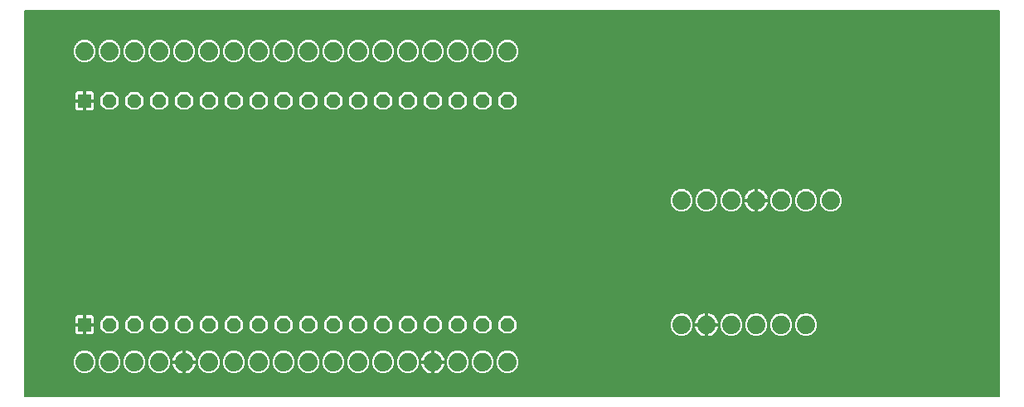
<source format=gbl>
G75*
%MOIN*%
%OFA0B0*%
%FSLAX25Y25*%
%IPPOS*%
%LPD*%
%AMOC8*
5,1,8,0,0,1.08239X$1,22.5*
%
%ADD10C,0.07400*%
%ADD11R,0.05550X0.05550*%
%ADD12OC8,0.05550*%
%ADD13C,0.00600*%
D10*
X0026300Y0016800D03*
X0036300Y0016800D03*
X0046300Y0016800D03*
X0056300Y0016800D03*
X0066300Y0016800D03*
X0076300Y0016800D03*
X0086300Y0016800D03*
X0096300Y0016800D03*
X0106300Y0016800D03*
X0116300Y0016800D03*
X0126300Y0016800D03*
X0136300Y0016800D03*
X0146300Y0016800D03*
X0156300Y0016800D03*
X0166300Y0016800D03*
X0176300Y0016800D03*
X0186300Y0016800D03*
X0196300Y0016800D03*
X0266300Y0031800D03*
X0276300Y0031800D03*
X0286300Y0031800D03*
X0296300Y0031800D03*
X0306300Y0031800D03*
X0316300Y0031800D03*
X0316300Y0081800D03*
X0306300Y0081800D03*
X0296300Y0081800D03*
X0286300Y0081800D03*
X0276300Y0081800D03*
X0266300Y0081800D03*
X0326300Y0081800D03*
X0196300Y0141800D03*
X0186300Y0141800D03*
X0176300Y0141800D03*
X0166300Y0141800D03*
X0156300Y0141800D03*
X0146300Y0141800D03*
X0136300Y0141800D03*
X0126300Y0141800D03*
X0116300Y0141800D03*
X0106300Y0141800D03*
X0096300Y0141800D03*
X0086300Y0141800D03*
X0076300Y0141800D03*
X0066300Y0141800D03*
X0056300Y0141800D03*
X0046300Y0141800D03*
X0036300Y0141800D03*
X0026300Y0141800D03*
D11*
X0026300Y0121800D03*
X0026300Y0031800D03*
D12*
X0036300Y0031800D03*
X0046300Y0031800D03*
X0056300Y0031800D03*
X0066300Y0031800D03*
X0076300Y0031800D03*
X0086300Y0031800D03*
X0096300Y0031800D03*
X0106300Y0031800D03*
X0116300Y0031800D03*
X0126300Y0031800D03*
X0136300Y0031800D03*
X0146300Y0031800D03*
X0156300Y0031800D03*
X0166300Y0031800D03*
X0176300Y0031800D03*
X0186300Y0031800D03*
X0196300Y0031800D03*
X0196300Y0121800D03*
X0186300Y0121800D03*
X0176300Y0121800D03*
X0166300Y0121800D03*
X0156300Y0121800D03*
X0146300Y0121800D03*
X0136300Y0121800D03*
X0126300Y0121800D03*
X0116300Y0121800D03*
X0106300Y0121800D03*
X0096300Y0121800D03*
X0086300Y0121800D03*
X0076300Y0121800D03*
X0066300Y0121800D03*
X0056300Y0121800D03*
X0046300Y0121800D03*
X0036300Y0121800D03*
D13*
X0002400Y0158180D02*
X0002400Y0002900D01*
X0393901Y0002900D01*
X0393901Y0158180D01*
X0002400Y0158180D01*
X0002400Y0158011D02*
X0393901Y0158011D01*
X0393901Y0157413D02*
X0002400Y0157413D01*
X0002400Y0156814D02*
X0393901Y0156814D01*
X0393901Y0156216D02*
X0002400Y0156216D01*
X0002400Y0155617D02*
X0393901Y0155617D01*
X0393901Y0155019D02*
X0002400Y0155019D01*
X0002400Y0154420D02*
X0393901Y0154420D01*
X0393901Y0153822D02*
X0002400Y0153822D01*
X0002400Y0153223D02*
X0393901Y0153223D01*
X0393901Y0152625D02*
X0002400Y0152625D01*
X0002400Y0152026D02*
X0393901Y0152026D01*
X0393901Y0151428D02*
X0002400Y0151428D01*
X0002400Y0150829D02*
X0393901Y0150829D01*
X0393901Y0150231D02*
X0002400Y0150231D01*
X0002400Y0149632D02*
X0393901Y0149632D01*
X0393901Y0149034D02*
X0002400Y0149034D01*
X0002400Y0148435D02*
X0393901Y0148435D01*
X0393901Y0147837D02*
X0002400Y0147837D01*
X0002400Y0147238D02*
X0393901Y0147238D01*
X0393901Y0146640D02*
X0002400Y0146640D01*
X0002400Y0146041D02*
X0023996Y0146041D01*
X0023581Y0145869D02*
X0022231Y0144519D01*
X0021500Y0142755D01*
X0021500Y0140845D01*
X0022231Y0139081D01*
X0023581Y0137731D01*
X0025345Y0137000D01*
X0027255Y0137000D01*
X0029019Y0137731D01*
X0030369Y0139081D01*
X0031100Y0140845D01*
X0031100Y0142755D01*
X0030369Y0144519D01*
X0029019Y0145869D01*
X0027255Y0146600D01*
X0025345Y0146600D01*
X0023581Y0145869D01*
X0023155Y0145443D02*
X0002400Y0145443D01*
X0002400Y0144844D02*
X0022556Y0144844D01*
X0022118Y0144246D02*
X0002400Y0144246D01*
X0002400Y0143647D02*
X0021870Y0143647D01*
X0021622Y0143049D02*
X0002400Y0143049D01*
X0002400Y0142450D02*
X0021500Y0142450D01*
X0021500Y0141852D02*
X0002400Y0141852D01*
X0002400Y0141253D02*
X0021500Y0141253D01*
X0021579Y0140655D02*
X0002400Y0140655D01*
X0002400Y0140056D02*
X0021827Y0140056D01*
X0022075Y0139458D02*
X0002400Y0139458D01*
X0002400Y0138859D02*
X0022453Y0138859D01*
X0023051Y0138261D02*
X0002400Y0138261D01*
X0002400Y0137662D02*
X0023747Y0137662D01*
X0025192Y0137064D02*
X0002400Y0137064D01*
X0002400Y0136465D02*
X0393901Y0136465D01*
X0393901Y0135867D02*
X0002400Y0135867D01*
X0002400Y0135268D02*
X0393901Y0135268D01*
X0393901Y0134670D02*
X0002400Y0134670D01*
X0002400Y0134071D02*
X0393901Y0134071D01*
X0393901Y0133472D02*
X0002400Y0133472D01*
X0002400Y0132874D02*
X0393901Y0132874D01*
X0393901Y0132275D02*
X0002400Y0132275D01*
X0002400Y0131677D02*
X0393901Y0131677D01*
X0393901Y0131078D02*
X0002400Y0131078D01*
X0002400Y0130480D02*
X0393901Y0130480D01*
X0393901Y0129881D02*
X0002400Y0129881D01*
X0002400Y0129283D02*
X0393901Y0129283D01*
X0393901Y0128684D02*
X0002400Y0128684D01*
X0002400Y0128086D02*
X0393901Y0128086D01*
X0393901Y0127487D02*
X0002400Y0127487D01*
X0002400Y0126889D02*
X0393901Y0126889D01*
X0393901Y0126290D02*
X0002400Y0126290D01*
X0002400Y0125692D02*
X0022860Y0125692D01*
X0022727Y0125615D02*
X0022485Y0125373D01*
X0022314Y0125077D01*
X0022225Y0124746D01*
X0022225Y0122100D01*
X0026000Y0122100D01*
X0026000Y0125875D01*
X0023354Y0125875D01*
X0023023Y0125786D01*
X0022727Y0125615D01*
X0022323Y0125093D02*
X0002400Y0125093D01*
X0002400Y0124495D02*
X0022225Y0124495D01*
X0022225Y0123896D02*
X0002400Y0123896D01*
X0002400Y0123298D02*
X0022225Y0123298D01*
X0022225Y0122699D02*
X0002400Y0122699D01*
X0002400Y0122101D02*
X0022225Y0122101D01*
X0022225Y0121500D02*
X0022225Y0118854D01*
X0022314Y0118523D01*
X0022485Y0118227D01*
X0022727Y0117985D01*
X0023023Y0117814D01*
X0023354Y0117725D01*
X0026000Y0117725D01*
X0026000Y0121500D01*
X0026600Y0121500D01*
X0026600Y0122100D01*
X0030375Y0122100D01*
X0030375Y0124746D01*
X0030286Y0125077D01*
X0030115Y0125373D01*
X0029873Y0125615D01*
X0029577Y0125786D01*
X0029246Y0125875D01*
X0026600Y0125875D01*
X0026600Y0122100D01*
X0026000Y0122100D01*
X0026000Y0121500D01*
X0022225Y0121500D01*
X0022225Y0120904D02*
X0002400Y0120904D01*
X0002400Y0121502D02*
X0026000Y0121502D01*
X0026000Y0120904D02*
X0026600Y0120904D01*
X0026600Y0121500D02*
X0026600Y0117725D01*
X0029246Y0117725D01*
X0029577Y0117814D01*
X0029873Y0117985D01*
X0030115Y0118227D01*
X0030286Y0118523D01*
X0030375Y0118854D01*
X0030375Y0121500D01*
X0026600Y0121500D01*
X0026600Y0121502D02*
X0032425Y0121502D01*
X0032425Y0120904D02*
X0030375Y0120904D01*
X0030375Y0120305D02*
X0032425Y0120305D01*
X0032425Y0120195D02*
X0034695Y0117925D01*
X0037905Y0117925D01*
X0040175Y0120195D01*
X0040175Y0123405D01*
X0037905Y0125675D01*
X0034695Y0125675D01*
X0032425Y0123405D01*
X0032425Y0120195D01*
X0032913Y0119707D02*
X0030375Y0119707D01*
X0030375Y0119108D02*
X0033512Y0119108D01*
X0034110Y0118510D02*
X0030278Y0118510D01*
X0029745Y0117911D02*
X0393901Y0117911D01*
X0393901Y0117313D02*
X0002400Y0117313D01*
X0002400Y0117911D02*
X0022855Y0117911D01*
X0022322Y0118510D02*
X0002400Y0118510D01*
X0002400Y0119108D02*
X0022225Y0119108D01*
X0022225Y0119707D02*
X0002400Y0119707D01*
X0002400Y0120305D02*
X0022225Y0120305D01*
X0026000Y0120305D02*
X0026600Y0120305D01*
X0026600Y0119707D02*
X0026000Y0119707D01*
X0026000Y0119108D02*
X0026600Y0119108D01*
X0026600Y0118510D02*
X0026000Y0118510D01*
X0026000Y0117911D02*
X0026600Y0117911D01*
X0026600Y0122101D02*
X0026000Y0122101D01*
X0026000Y0122699D02*
X0026600Y0122699D01*
X0026600Y0123298D02*
X0026000Y0123298D01*
X0026000Y0123896D02*
X0026600Y0123896D01*
X0026600Y0124495D02*
X0026000Y0124495D01*
X0026000Y0125093D02*
X0026600Y0125093D01*
X0026600Y0125692D02*
X0026000Y0125692D01*
X0029740Y0125692D02*
X0393901Y0125692D01*
X0393901Y0125093D02*
X0198486Y0125093D01*
X0197905Y0125675D02*
X0194695Y0125675D01*
X0192425Y0123405D01*
X0192425Y0120195D01*
X0194695Y0117925D01*
X0197905Y0117925D01*
X0200175Y0120195D01*
X0200175Y0123405D01*
X0197905Y0125675D01*
X0199085Y0124495D02*
X0393901Y0124495D01*
X0393901Y0123896D02*
X0199683Y0123896D01*
X0200175Y0123298D02*
X0393901Y0123298D01*
X0393901Y0122699D02*
X0200175Y0122699D01*
X0200175Y0122101D02*
X0393901Y0122101D01*
X0393901Y0121502D02*
X0200175Y0121502D01*
X0200175Y0120904D02*
X0393901Y0120904D01*
X0393901Y0120305D02*
X0200175Y0120305D01*
X0199687Y0119707D02*
X0393901Y0119707D01*
X0393901Y0119108D02*
X0199088Y0119108D01*
X0198489Y0118510D02*
X0393901Y0118510D01*
X0393901Y0116714D02*
X0002400Y0116714D01*
X0002400Y0116116D02*
X0393901Y0116116D01*
X0393901Y0115517D02*
X0002400Y0115517D01*
X0002400Y0114919D02*
X0393901Y0114919D01*
X0393901Y0114320D02*
X0002400Y0114320D01*
X0002400Y0113722D02*
X0393901Y0113722D01*
X0393901Y0113123D02*
X0002400Y0113123D01*
X0002400Y0112525D02*
X0393901Y0112525D01*
X0393901Y0111926D02*
X0002400Y0111926D01*
X0002400Y0111328D02*
X0393901Y0111328D01*
X0393901Y0110729D02*
X0002400Y0110729D01*
X0002400Y0110131D02*
X0393901Y0110131D01*
X0393901Y0109532D02*
X0002400Y0109532D01*
X0002400Y0108934D02*
X0393901Y0108934D01*
X0393901Y0108335D02*
X0002400Y0108335D01*
X0002400Y0107737D02*
X0393901Y0107737D01*
X0393901Y0107138D02*
X0002400Y0107138D01*
X0002400Y0106539D02*
X0393901Y0106539D01*
X0393901Y0105941D02*
X0002400Y0105941D01*
X0002400Y0105342D02*
X0393901Y0105342D01*
X0393901Y0104744D02*
X0002400Y0104744D01*
X0002400Y0104145D02*
X0393901Y0104145D01*
X0393901Y0103547D02*
X0002400Y0103547D01*
X0002400Y0102948D02*
X0393901Y0102948D01*
X0393901Y0102350D02*
X0002400Y0102350D01*
X0002400Y0101751D02*
X0393901Y0101751D01*
X0393901Y0101153D02*
X0002400Y0101153D01*
X0002400Y0100554D02*
X0393901Y0100554D01*
X0393901Y0099956D02*
X0002400Y0099956D01*
X0002400Y0099357D02*
X0393901Y0099357D01*
X0393901Y0098759D02*
X0002400Y0098759D01*
X0002400Y0098160D02*
X0393901Y0098160D01*
X0393901Y0097562D02*
X0002400Y0097562D01*
X0002400Y0096963D02*
X0393901Y0096963D01*
X0393901Y0096365D02*
X0002400Y0096365D01*
X0002400Y0095766D02*
X0393901Y0095766D01*
X0393901Y0095168D02*
X0002400Y0095168D01*
X0002400Y0094569D02*
X0393901Y0094569D01*
X0393901Y0093971D02*
X0002400Y0093971D01*
X0002400Y0093372D02*
X0393901Y0093372D01*
X0393901Y0092774D02*
X0002400Y0092774D01*
X0002400Y0092175D02*
X0393901Y0092175D01*
X0393901Y0091577D02*
X0002400Y0091577D01*
X0002400Y0090978D02*
X0393901Y0090978D01*
X0393901Y0090380D02*
X0002400Y0090380D01*
X0002400Y0089781D02*
X0393901Y0089781D01*
X0393901Y0089183D02*
X0002400Y0089183D01*
X0002400Y0088584D02*
X0393901Y0088584D01*
X0393901Y0087986D02*
X0002400Y0087986D01*
X0002400Y0087387D02*
X0393901Y0087387D01*
X0393901Y0086789D02*
X0296765Y0086789D01*
X0296694Y0086800D02*
X0296600Y0086800D01*
X0296600Y0082100D01*
X0296000Y0082100D01*
X0296000Y0086800D01*
X0295906Y0086800D01*
X0295129Y0086677D01*
X0294381Y0086434D01*
X0293679Y0086076D01*
X0293043Y0085614D01*
X0292486Y0085057D01*
X0292024Y0084421D01*
X0291666Y0083719D01*
X0291423Y0082971D01*
X0291300Y0082194D01*
X0291300Y0082100D01*
X0296000Y0082100D01*
X0296000Y0081500D01*
X0291300Y0081500D01*
X0291300Y0081406D01*
X0291423Y0080629D01*
X0291666Y0079881D01*
X0292024Y0079179D01*
X0292486Y0078543D01*
X0293043Y0077986D01*
X0293679Y0077524D01*
X0294381Y0077166D01*
X0295129Y0076923D01*
X0295906Y0076800D01*
X0296000Y0076800D01*
X0296000Y0081500D01*
X0296600Y0081500D01*
X0296600Y0082100D01*
X0301300Y0082100D01*
X0301300Y0082194D01*
X0301177Y0082971D01*
X0300934Y0083719D01*
X0300576Y0084421D01*
X0300114Y0085057D01*
X0299557Y0085614D01*
X0298921Y0086076D01*
X0298219Y0086434D01*
X0297471Y0086677D01*
X0296694Y0086800D01*
X0296600Y0086789D02*
X0296000Y0086789D01*
X0295835Y0086789D02*
X0002400Y0086789D01*
X0002400Y0086190D02*
X0264356Y0086190D01*
X0263581Y0085869D02*
X0262231Y0084519D01*
X0261500Y0082755D01*
X0261500Y0080845D01*
X0262231Y0079081D01*
X0263581Y0077731D01*
X0265345Y0077000D01*
X0267255Y0077000D01*
X0269019Y0077731D01*
X0270369Y0079081D01*
X0271100Y0080845D01*
X0271100Y0082755D01*
X0270369Y0084519D01*
X0269019Y0085869D01*
X0267255Y0086600D01*
X0265345Y0086600D01*
X0263581Y0085869D01*
X0263303Y0085592D02*
X0002400Y0085592D01*
X0002400Y0084993D02*
X0262705Y0084993D01*
X0262179Y0084395D02*
X0002400Y0084395D01*
X0002400Y0083796D02*
X0261931Y0083796D01*
X0261683Y0083198D02*
X0002400Y0083198D01*
X0002400Y0082599D02*
X0261500Y0082599D01*
X0261500Y0082001D02*
X0002400Y0082001D01*
X0002400Y0081402D02*
X0261500Y0081402D01*
X0261517Y0080803D02*
X0002400Y0080803D01*
X0002400Y0080205D02*
X0261765Y0080205D01*
X0262013Y0079606D02*
X0002400Y0079606D01*
X0002400Y0079008D02*
X0262304Y0079008D01*
X0262902Y0078409D02*
X0002400Y0078409D01*
X0002400Y0077811D02*
X0263501Y0077811D01*
X0264832Y0077212D02*
X0002400Y0077212D01*
X0002400Y0076614D02*
X0393901Y0076614D01*
X0393901Y0077212D02*
X0327768Y0077212D01*
X0327255Y0077000D02*
X0329019Y0077731D01*
X0330369Y0079081D01*
X0331100Y0080845D01*
X0331100Y0082755D01*
X0330369Y0084519D01*
X0329019Y0085869D01*
X0327255Y0086600D01*
X0325345Y0086600D01*
X0323581Y0085869D01*
X0322231Y0084519D01*
X0321500Y0082755D01*
X0321500Y0080845D01*
X0322231Y0079081D01*
X0323581Y0077731D01*
X0325345Y0077000D01*
X0327255Y0077000D01*
X0329099Y0077811D02*
X0393901Y0077811D01*
X0393901Y0078409D02*
X0329698Y0078409D01*
X0330296Y0079008D02*
X0393901Y0079008D01*
X0393901Y0079606D02*
X0330587Y0079606D01*
X0330835Y0080205D02*
X0393901Y0080205D01*
X0393901Y0080803D02*
X0331083Y0080803D01*
X0331100Y0081402D02*
X0393901Y0081402D01*
X0393901Y0082001D02*
X0331100Y0082001D01*
X0331100Y0082599D02*
X0393901Y0082599D01*
X0393901Y0083198D02*
X0330917Y0083198D01*
X0330669Y0083796D02*
X0393901Y0083796D01*
X0393901Y0084395D02*
X0330421Y0084395D01*
X0329895Y0084993D02*
X0393901Y0084993D01*
X0393901Y0085592D02*
X0329297Y0085592D01*
X0328244Y0086190D02*
X0393901Y0086190D01*
X0393901Y0076015D02*
X0002400Y0076015D01*
X0002400Y0075417D02*
X0393901Y0075417D01*
X0393901Y0074818D02*
X0002400Y0074818D01*
X0002400Y0074220D02*
X0393901Y0074220D01*
X0393901Y0073621D02*
X0002400Y0073621D01*
X0002400Y0073023D02*
X0393901Y0073023D01*
X0393901Y0072424D02*
X0002400Y0072424D01*
X0002400Y0071826D02*
X0393901Y0071826D01*
X0393901Y0071227D02*
X0002400Y0071227D01*
X0002400Y0070629D02*
X0393901Y0070629D01*
X0393901Y0070030D02*
X0002400Y0070030D01*
X0002400Y0069432D02*
X0393901Y0069432D01*
X0393901Y0068833D02*
X0002400Y0068833D01*
X0002400Y0068235D02*
X0393901Y0068235D01*
X0393901Y0067636D02*
X0002400Y0067636D01*
X0002400Y0067038D02*
X0393901Y0067038D01*
X0393901Y0066439D02*
X0002400Y0066439D01*
X0002400Y0065841D02*
X0393901Y0065841D01*
X0393901Y0065242D02*
X0002400Y0065242D01*
X0002400Y0064644D02*
X0393901Y0064644D01*
X0393901Y0064045D02*
X0002400Y0064045D01*
X0002400Y0063447D02*
X0393901Y0063447D01*
X0393901Y0062848D02*
X0002400Y0062848D01*
X0002400Y0062250D02*
X0393901Y0062250D01*
X0393901Y0061651D02*
X0002400Y0061651D01*
X0002400Y0061053D02*
X0393901Y0061053D01*
X0393901Y0060454D02*
X0002400Y0060454D01*
X0002400Y0059856D02*
X0393901Y0059856D01*
X0393901Y0059257D02*
X0002400Y0059257D01*
X0002400Y0058659D02*
X0393901Y0058659D01*
X0393901Y0058060D02*
X0002400Y0058060D01*
X0002400Y0057462D02*
X0393901Y0057462D01*
X0393901Y0056863D02*
X0002400Y0056863D01*
X0002400Y0056265D02*
X0393901Y0056265D01*
X0393901Y0055666D02*
X0002400Y0055666D01*
X0002400Y0055068D02*
X0393901Y0055068D01*
X0393901Y0054469D02*
X0002400Y0054469D01*
X0002400Y0053870D02*
X0393901Y0053870D01*
X0393901Y0053272D02*
X0002400Y0053272D01*
X0002400Y0052673D02*
X0393901Y0052673D01*
X0393901Y0052075D02*
X0002400Y0052075D01*
X0002400Y0051476D02*
X0393901Y0051476D01*
X0393901Y0050878D02*
X0002400Y0050878D01*
X0002400Y0050279D02*
X0393901Y0050279D01*
X0393901Y0049681D02*
X0002400Y0049681D01*
X0002400Y0049082D02*
X0393901Y0049082D01*
X0393901Y0048484D02*
X0002400Y0048484D01*
X0002400Y0047885D02*
X0393901Y0047885D01*
X0393901Y0047287D02*
X0002400Y0047287D01*
X0002400Y0046688D02*
X0393901Y0046688D01*
X0393901Y0046090D02*
X0002400Y0046090D01*
X0002400Y0045491D02*
X0393901Y0045491D01*
X0393901Y0044893D02*
X0002400Y0044893D01*
X0002400Y0044294D02*
X0393901Y0044294D01*
X0393901Y0043696D02*
X0002400Y0043696D01*
X0002400Y0043097D02*
X0393901Y0043097D01*
X0393901Y0042499D02*
X0002400Y0042499D01*
X0002400Y0041900D02*
X0393901Y0041900D01*
X0393901Y0041302D02*
X0002400Y0041302D01*
X0002400Y0040703D02*
X0393901Y0040703D01*
X0393901Y0040105D02*
X0002400Y0040105D01*
X0002400Y0039506D02*
X0393901Y0039506D01*
X0393901Y0038908D02*
X0002400Y0038908D01*
X0002400Y0038309D02*
X0393901Y0038309D01*
X0393901Y0037711D02*
X0002400Y0037711D01*
X0002400Y0037112D02*
X0393901Y0037112D01*
X0393901Y0036514D02*
X0317463Y0036514D01*
X0317255Y0036600D02*
X0319019Y0035869D01*
X0320369Y0034519D01*
X0321100Y0032755D01*
X0321100Y0030845D01*
X0320369Y0029081D01*
X0319019Y0027731D01*
X0317255Y0027000D01*
X0315345Y0027000D01*
X0313581Y0027731D01*
X0312231Y0029081D01*
X0311500Y0030845D01*
X0311500Y0032755D01*
X0312231Y0034519D01*
X0313581Y0035869D01*
X0315345Y0036600D01*
X0317255Y0036600D01*
X0318908Y0035915D02*
X0393901Y0035915D01*
X0393901Y0035317D02*
X0319572Y0035317D01*
X0320170Y0034718D02*
X0393901Y0034718D01*
X0393901Y0034120D02*
X0320535Y0034120D01*
X0320783Y0033521D02*
X0393901Y0033521D01*
X0393901Y0032923D02*
X0321030Y0032923D01*
X0321100Y0032324D02*
X0393901Y0032324D01*
X0393901Y0031726D02*
X0321100Y0031726D01*
X0321100Y0031127D02*
X0393901Y0031127D01*
X0393901Y0030529D02*
X0320969Y0030529D01*
X0320721Y0029930D02*
X0393901Y0029930D01*
X0393901Y0029332D02*
X0320473Y0029332D01*
X0320021Y0028733D02*
X0393901Y0028733D01*
X0393901Y0028134D02*
X0319423Y0028134D01*
X0318549Y0027536D02*
X0393901Y0027536D01*
X0393901Y0026937D02*
X0277515Y0026937D01*
X0277471Y0026923D02*
X0278219Y0027166D01*
X0278921Y0027524D01*
X0279557Y0027986D01*
X0280114Y0028543D01*
X0280576Y0029179D01*
X0280934Y0029881D01*
X0281177Y0030629D01*
X0281300Y0031406D01*
X0281300Y0031500D01*
X0276600Y0031500D01*
X0276600Y0032100D01*
X0276000Y0032100D01*
X0276000Y0036800D01*
X0275906Y0036800D01*
X0275129Y0036677D01*
X0274381Y0036434D01*
X0273679Y0036076D01*
X0273043Y0035614D01*
X0272486Y0035057D01*
X0272024Y0034421D01*
X0271666Y0033719D01*
X0271423Y0032971D01*
X0271300Y0032194D01*
X0271300Y0032100D01*
X0276000Y0032100D01*
X0276000Y0031500D01*
X0271300Y0031500D01*
X0271300Y0031406D01*
X0271423Y0030629D01*
X0271666Y0029881D01*
X0272024Y0029179D01*
X0272486Y0028543D01*
X0273043Y0027986D01*
X0273679Y0027524D01*
X0274381Y0027166D01*
X0275129Y0026923D01*
X0275906Y0026800D01*
X0276000Y0026800D01*
X0276000Y0031500D01*
X0276600Y0031500D01*
X0276600Y0026800D01*
X0276694Y0026800D01*
X0277471Y0026923D01*
X0276600Y0026937D02*
X0276000Y0026937D01*
X0276000Y0027536D02*
X0276600Y0027536D01*
X0276600Y0028134D02*
X0276000Y0028134D01*
X0276000Y0028733D02*
X0276600Y0028733D01*
X0276600Y0029332D02*
X0276000Y0029332D01*
X0276000Y0029930D02*
X0276600Y0029930D01*
X0276600Y0030529D02*
X0276000Y0030529D01*
X0276000Y0031127D02*
X0276600Y0031127D01*
X0276600Y0031726D02*
X0281500Y0031726D01*
X0281300Y0032100D02*
X0281300Y0032194D01*
X0281177Y0032971D01*
X0280934Y0033719D01*
X0280576Y0034421D01*
X0280114Y0035057D01*
X0279557Y0035614D01*
X0278921Y0036076D01*
X0278219Y0036434D01*
X0277471Y0036677D01*
X0276694Y0036800D01*
X0276600Y0036800D01*
X0276600Y0032100D01*
X0281300Y0032100D01*
X0281279Y0032324D02*
X0281500Y0032324D01*
X0281500Y0032755D02*
X0281500Y0030845D01*
X0282231Y0029081D01*
X0283581Y0027731D01*
X0285345Y0027000D01*
X0287255Y0027000D01*
X0289019Y0027731D01*
X0290369Y0029081D01*
X0291100Y0030845D01*
X0291100Y0032755D01*
X0290369Y0034519D01*
X0289019Y0035869D01*
X0287255Y0036600D01*
X0285345Y0036600D01*
X0283581Y0035869D01*
X0282231Y0034519D01*
X0281500Y0032755D01*
X0281570Y0032923D02*
X0281185Y0032923D01*
X0280998Y0033521D02*
X0281817Y0033521D01*
X0282065Y0034120D02*
X0280730Y0034120D01*
X0280360Y0034718D02*
X0282430Y0034718D01*
X0283028Y0035317D02*
X0279854Y0035317D01*
X0279142Y0035915D02*
X0283692Y0035915D01*
X0285137Y0036514D02*
X0277973Y0036514D01*
X0276600Y0036514D02*
X0276000Y0036514D01*
X0276000Y0035915D02*
X0276600Y0035915D01*
X0276600Y0035317D02*
X0276000Y0035317D01*
X0276000Y0034718D02*
X0276600Y0034718D01*
X0276600Y0034120D02*
X0276000Y0034120D01*
X0276000Y0033521D02*
X0276600Y0033521D01*
X0276600Y0032923D02*
X0276000Y0032923D01*
X0276000Y0032324D02*
X0276600Y0032324D01*
X0276000Y0031726D02*
X0271100Y0031726D01*
X0271100Y0032324D02*
X0271321Y0032324D01*
X0271100Y0032755D02*
X0270369Y0034519D01*
X0269019Y0035869D01*
X0267255Y0036600D01*
X0265345Y0036600D01*
X0263581Y0035869D01*
X0262231Y0034519D01*
X0261500Y0032755D01*
X0261500Y0030845D01*
X0262231Y0029081D01*
X0263581Y0027731D01*
X0265345Y0027000D01*
X0267255Y0027000D01*
X0269019Y0027731D01*
X0270369Y0029081D01*
X0271100Y0030845D01*
X0271100Y0032755D01*
X0271030Y0032923D02*
X0271415Y0032923D01*
X0271602Y0033521D02*
X0270783Y0033521D01*
X0270535Y0034120D02*
X0271870Y0034120D01*
X0272240Y0034718D02*
X0270170Y0034718D01*
X0269572Y0035317D02*
X0272746Y0035317D01*
X0273458Y0035915D02*
X0268908Y0035915D01*
X0267463Y0036514D02*
X0274627Y0036514D01*
X0271344Y0031127D02*
X0271100Y0031127D01*
X0270969Y0030529D02*
X0271456Y0030529D01*
X0271650Y0029930D02*
X0270721Y0029930D01*
X0270473Y0029332D02*
X0271946Y0029332D01*
X0272348Y0028733D02*
X0270021Y0028733D01*
X0269423Y0028134D02*
X0272894Y0028134D01*
X0273662Y0027536D02*
X0268549Y0027536D01*
X0264051Y0027536D02*
X0002400Y0027536D01*
X0002400Y0028134D02*
X0022577Y0028134D01*
X0022485Y0028227D02*
X0022727Y0027985D01*
X0023023Y0027814D01*
X0023354Y0027725D01*
X0026000Y0027725D01*
X0026000Y0031500D01*
X0026600Y0031500D01*
X0026600Y0032100D01*
X0030375Y0032100D01*
X0030375Y0034746D01*
X0030286Y0035077D01*
X0030115Y0035373D01*
X0029873Y0035615D01*
X0029577Y0035786D01*
X0029246Y0035875D01*
X0026600Y0035875D01*
X0026600Y0032100D01*
X0026000Y0032100D01*
X0026000Y0035875D01*
X0023354Y0035875D01*
X0023023Y0035786D01*
X0022727Y0035615D01*
X0022485Y0035373D01*
X0022314Y0035077D01*
X0022225Y0034746D01*
X0022225Y0032100D01*
X0026000Y0032100D01*
X0026000Y0031500D01*
X0022225Y0031500D01*
X0022225Y0028854D01*
X0022314Y0028523D01*
X0022485Y0028227D01*
X0022258Y0028733D02*
X0002400Y0028733D01*
X0002400Y0029332D02*
X0022225Y0029332D01*
X0022225Y0029930D02*
X0002400Y0029930D01*
X0002400Y0030529D02*
X0022225Y0030529D01*
X0022225Y0031127D02*
X0002400Y0031127D01*
X0002400Y0031726D02*
X0026000Y0031726D01*
X0026000Y0032324D02*
X0026600Y0032324D01*
X0026600Y0031726D02*
X0032425Y0031726D01*
X0032425Y0032324D02*
X0030375Y0032324D01*
X0030375Y0032923D02*
X0032425Y0032923D01*
X0032425Y0033405D02*
X0032425Y0030195D01*
X0034695Y0027925D01*
X0037905Y0027925D01*
X0040175Y0030195D01*
X0040175Y0033405D01*
X0037905Y0035675D01*
X0034695Y0035675D01*
X0032425Y0033405D01*
X0032541Y0033521D02*
X0030375Y0033521D01*
X0030375Y0034120D02*
X0033140Y0034120D01*
X0033738Y0034718D02*
X0030375Y0034718D01*
X0030148Y0035317D02*
X0034337Y0035317D01*
X0038263Y0035317D02*
X0044337Y0035317D01*
X0044695Y0035675D02*
X0042425Y0033405D01*
X0042425Y0030195D01*
X0044695Y0027925D01*
X0047905Y0027925D01*
X0050175Y0030195D01*
X0050175Y0033405D01*
X0047905Y0035675D01*
X0044695Y0035675D01*
X0043738Y0034718D02*
X0038862Y0034718D01*
X0039460Y0034120D02*
X0043140Y0034120D01*
X0042541Y0033521D02*
X0040059Y0033521D01*
X0040175Y0032923D02*
X0042425Y0032923D01*
X0042425Y0032324D02*
X0040175Y0032324D01*
X0040175Y0031726D02*
X0042425Y0031726D01*
X0042425Y0031127D02*
X0040175Y0031127D01*
X0040175Y0030529D02*
X0042425Y0030529D01*
X0042690Y0029930D02*
X0039910Y0029930D01*
X0039311Y0029332D02*
X0043289Y0029332D01*
X0043887Y0028733D02*
X0038713Y0028733D01*
X0038114Y0028134D02*
X0044486Y0028134D01*
X0048114Y0028134D02*
X0054486Y0028134D01*
X0054695Y0027925D02*
X0057905Y0027925D01*
X0060175Y0030195D01*
X0060175Y0033405D01*
X0057905Y0035675D01*
X0054695Y0035675D01*
X0052425Y0033405D01*
X0052425Y0030195D01*
X0054695Y0027925D01*
X0053887Y0028733D02*
X0048713Y0028733D01*
X0049311Y0029332D02*
X0053289Y0029332D01*
X0052690Y0029930D02*
X0049910Y0029930D01*
X0050175Y0030529D02*
X0052425Y0030529D01*
X0052425Y0031127D02*
X0050175Y0031127D01*
X0050175Y0031726D02*
X0052425Y0031726D01*
X0052425Y0032324D02*
X0050175Y0032324D01*
X0050175Y0032923D02*
X0052425Y0032923D01*
X0052541Y0033521D02*
X0050059Y0033521D01*
X0049460Y0034120D02*
X0053140Y0034120D01*
X0053738Y0034718D02*
X0048862Y0034718D01*
X0048263Y0035317D02*
X0054337Y0035317D01*
X0058263Y0035317D02*
X0064337Y0035317D01*
X0064695Y0035675D02*
X0062425Y0033405D01*
X0062425Y0030195D01*
X0064695Y0027925D01*
X0067905Y0027925D01*
X0070175Y0030195D01*
X0070175Y0033405D01*
X0067905Y0035675D01*
X0064695Y0035675D01*
X0063738Y0034718D02*
X0058862Y0034718D01*
X0059460Y0034120D02*
X0063140Y0034120D01*
X0062541Y0033521D02*
X0060059Y0033521D01*
X0060175Y0032923D02*
X0062425Y0032923D01*
X0062425Y0032324D02*
X0060175Y0032324D01*
X0060175Y0031726D02*
X0062425Y0031726D01*
X0062425Y0031127D02*
X0060175Y0031127D01*
X0060175Y0030529D02*
X0062425Y0030529D01*
X0062690Y0029930D02*
X0059910Y0029930D01*
X0059311Y0029332D02*
X0063289Y0029332D01*
X0063887Y0028733D02*
X0058713Y0028733D01*
X0058114Y0028134D02*
X0064486Y0028134D01*
X0068114Y0028134D02*
X0074486Y0028134D01*
X0074695Y0027925D02*
X0077905Y0027925D01*
X0080175Y0030195D01*
X0080175Y0033405D01*
X0077905Y0035675D01*
X0074695Y0035675D01*
X0072425Y0033405D01*
X0072425Y0030195D01*
X0074695Y0027925D01*
X0073887Y0028733D02*
X0068713Y0028733D01*
X0069311Y0029332D02*
X0073289Y0029332D01*
X0072690Y0029930D02*
X0069910Y0029930D01*
X0070175Y0030529D02*
X0072425Y0030529D01*
X0072425Y0031127D02*
X0070175Y0031127D01*
X0070175Y0031726D02*
X0072425Y0031726D01*
X0072425Y0032324D02*
X0070175Y0032324D01*
X0070175Y0032923D02*
X0072425Y0032923D01*
X0072541Y0033521D02*
X0070059Y0033521D01*
X0069460Y0034120D02*
X0073140Y0034120D01*
X0073738Y0034718D02*
X0068862Y0034718D01*
X0068263Y0035317D02*
X0074337Y0035317D01*
X0078263Y0035317D02*
X0084337Y0035317D01*
X0084695Y0035675D02*
X0082425Y0033405D01*
X0082425Y0030195D01*
X0084695Y0027925D01*
X0087905Y0027925D01*
X0090175Y0030195D01*
X0090175Y0033405D01*
X0087905Y0035675D01*
X0084695Y0035675D01*
X0083738Y0034718D02*
X0078862Y0034718D01*
X0079460Y0034120D02*
X0083140Y0034120D01*
X0082541Y0033521D02*
X0080059Y0033521D01*
X0080175Y0032923D02*
X0082425Y0032923D01*
X0082425Y0032324D02*
X0080175Y0032324D01*
X0080175Y0031726D02*
X0082425Y0031726D01*
X0082425Y0031127D02*
X0080175Y0031127D01*
X0080175Y0030529D02*
X0082425Y0030529D01*
X0082690Y0029930D02*
X0079910Y0029930D01*
X0079311Y0029332D02*
X0083289Y0029332D01*
X0083887Y0028733D02*
X0078713Y0028733D01*
X0078114Y0028134D02*
X0084486Y0028134D01*
X0088114Y0028134D02*
X0094486Y0028134D01*
X0094695Y0027925D02*
X0097905Y0027925D01*
X0100175Y0030195D01*
X0100175Y0033405D01*
X0097905Y0035675D01*
X0094695Y0035675D01*
X0092425Y0033405D01*
X0092425Y0030195D01*
X0094695Y0027925D01*
X0093887Y0028733D02*
X0088713Y0028733D01*
X0089311Y0029332D02*
X0093289Y0029332D01*
X0092690Y0029930D02*
X0089910Y0029930D01*
X0090175Y0030529D02*
X0092425Y0030529D01*
X0092425Y0031127D02*
X0090175Y0031127D01*
X0090175Y0031726D02*
X0092425Y0031726D01*
X0092425Y0032324D02*
X0090175Y0032324D01*
X0090175Y0032923D02*
X0092425Y0032923D01*
X0092541Y0033521D02*
X0090059Y0033521D01*
X0089460Y0034120D02*
X0093140Y0034120D01*
X0093738Y0034718D02*
X0088862Y0034718D01*
X0088263Y0035317D02*
X0094337Y0035317D01*
X0098263Y0035317D02*
X0104337Y0035317D01*
X0104695Y0035675D02*
X0102425Y0033405D01*
X0102425Y0030195D01*
X0104695Y0027925D01*
X0107905Y0027925D01*
X0110175Y0030195D01*
X0110175Y0033405D01*
X0107905Y0035675D01*
X0104695Y0035675D01*
X0103738Y0034718D02*
X0098862Y0034718D01*
X0099460Y0034120D02*
X0103140Y0034120D01*
X0102541Y0033521D02*
X0100059Y0033521D01*
X0100175Y0032923D02*
X0102425Y0032923D01*
X0102425Y0032324D02*
X0100175Y0032324D01*
X0100175Y0031726D02*
X0102425Y0031726D01*
X0102425Y0031127D02*
X0100175Y0031127D01*
X0100175Y0030529D02*
X0102425Y0030529D01*
X0102690Y0029930D02*
X0099910Y0029930D01*
X0099311Y0029332D02*
X0103289Y0029332D01*
X0103887Y0028733D02*
X0098713Y0028733D01*
X0098114Y0028134D02*
X0104486Y0028134D01*
X0108114Y0028134D02*
X0114486Y0028134D01*
X0114695Y0027925D02*
X0117905Y0027925D01*
X0120175Y0030195D01*
X0120175Y0033405D01*
X0117905Y0035675D01*
X0114695Y0035675D01*
X0112425Y0033405D01*
X0112425Y0030195D01*
X0114695Y0027925D01*
X0113887Y0028733D02*
X0108713Y0028733D01*
X0109311Y0029332D02*
X0113289Y0029332D01*
X0112690Y0029930D02*
X0109910Y0029930D01*
X0110175Y0030529D02*
X0112425Y0030529D01*
X0112425Y0031127D02*
X0110175Y0031127D01*
X0110175Y0031726D02*
X0112425Y0031726D01*
X0112425Y0032324D02*
X0110175Y0032324D01*
X0110175Y0032923D02*
X0112425Y0032923D01*
X0112541Y0033521D02*
X0110059Y0033521D01*
X0109460Y0034120D02*
X0113140Y0034120D01*
X0113738Y0034718D02*
X0108862Y0034718D01*
X0108263Y0035317D02*
X0114337Y0035317D01*
X0118263Y0035317D02*
X0124337Y0035317D01*
X0124695Y0035675D02*
X0122425Y0033405D01*
X0122425Y0030195D01*
X0124695Y0027925D01*
X0127905Y0027925D01*
X0130175Y0030195D01*
X0130175Y0033405D01*
X0127905Y0035675D01*
X0124695Y0035675D01*
X0123738Y0034718D02*
X0118862Y0034718D01*
X0119460Y0034120D02*
X0123140Y0034120D01*
X0122541Y0033521D02*
X0120059Y0033521D01*
X0120175Y0032923D02*
X0122425Y0032923D01*
X0122425Y0032324D02*
X0120175Y0032324D01*
X0120175Y0031726D02*
X0122425Y0031726D01*
X0122425Y0031127D02*
X0120175Y0031127D01*
X0120175Y0030529D02*
X0122425Y0030529D01*
X0122690Y0029930D02*
X0119910Y0029930D01*
X0119311Y0029332D02*
X0123289Y0029332D01*
X0123887Y0028733D02*
X0118713Y0028733D01*
X0118114Y0028134D02*
X0124486Y0028134D01*
X0128114Y0028134D02*
X0134486Y0028134D01*
X0134695Y0027925D02*
X0137905Y0027925D01*
X0140175Y0030195D01*
X0140175Y0033405D01*
X0137905Y0035675D01*
X0134695Y0035675D01*
X0132425Y0033405D01*
X0132425Y0030195D01*
X0134695Y0027925D01*
X0133887Y0028733D02*
X0128713Y0028733D01*
X0129311Y0029332D02*
X0133289Y0029332D01*
X0132690Y0029930D02*
X0129910Y0029930D01*
X0130175Y0030529D02*
X0132425Y0030529D01*
X0132425Y0031127D02*
X0130175Y0031127D01*
X0130175Y0031726D02*
X0132425Y0031726D01*
X0132425Y0032324D02*
X0130175Y0032324D01*
X0130175Y0032923D02*
X0132425Y0032923D01*
X0132541Y0033521D02*
X0130059Y0033521D01*
X0129460Y0034120D02*
X0133140Y0034120D01*
X0133738Y0034718D02*
X0128862Y0034718D01*
X0128263Y0035317D02*
X0134337Y0035317D01*
X0138263Y0035317D02*
X0144337Y0035317D01*
X0144695Y0035675D02*
X0142425Y0033405D01*
X0142425Y0030195D01*
X0144695Y0027925D01*
X0147905Y0027925D01*
X0150175Y0030195D01*
X0150175Y0033405D01*
X0147905Y0035675D01*
X0144695Y0035675D01*
X0143738Y0034718D02*
X0138862Y0034718D01*
X0139460Y0034120D02*
X0143140Y0034120D01*
X0142541Y0033521D02*
X0140059Y0033521D01*
X0140175Y0032923D02*
X0142425Y0032923D01*
X0142425Y0032324D02*
X0140175Y0032324D01*
X0140175Y0031726D02*
X0142425Y0031726D01*
X0142425Y0031127D02*
X0140175Y0031127D01*
X0140175Y0030529D02*
X0142425Y0030529D01*
X0142690Y0029930D02*
X0139910Y0029930D01*
X0139311Y0029332D02*
X0143289Y0029332D01*
X0143887Y0028733D02*
X0138713Y0028733D01*
X0138114Y0028134D02*
X0144486Y0028134D01*
X0148114Y0028134D02*
X0154486Y0028134D01*
X0154695Y0027925D02*
X0152425Y0030195D01*
X0152425Y0033405D01*
X0154695Y0035675D01*
X0157905Y0035675D01*
X0160175Y0033405D01*
X0160175Y0030195D01*
X0157905Y0027925D01*
X0154695Y0027925D01*
X0153887Y0028733D02*
X0148713Y0028733D01*
X0149311Y0029332D02*
X0153289Y0029332D01*
X0152690Y0029930D02*
X0149910Y0029930D01*
X0150175Y0030529D02*
X0152425Y0030529D01*
X0152425Y0031127D02*
X0150175Y0031127D01*
X0150175Y0031726D02*
X0152425Y0031726D01*
X0152425Y0032324D02*
X0150175Y0032324D01*
X0150175Y0032923D02*
X0152425Y0032923D01*
X0152541Y0033521D02*
X0150059Y0033521D01*
X0149460Y0034120D02*
X0153140Y0034120D01*
X0153738Y0034718D02*
X0148862Y0034718D01*
X0148263Y0035317D02*
X0154337Y0035317D01*
X0158263Y0035317D02*
X0164337Y0035317D01*
X0164695Y0035675D02*
X0162425Y0033405D01*
X0162425Y0030195D01*
X0164695Y0027925D01*
X0167905Y0027925D01*
X0170175Y0030195D01*
X0170175Y0033405D01*
X0167905Y0035675D01*
X0164695Y0035675D01*
X0163738Y0034718D02*
X0158862Y0034718D01*
X0159460Y0034120D02*
X0163140Y0034120D01*
X0162541Y0033521D02*
X0160059Y0033521D01*
X0160175Y0032923D02*
X0162425Y0032923D01*
X0162425Y0032324D02*
X0160175Y0032324D01*
X0160175Y0031726D02*
X0162425Y0031726D01*
X0162425Y0031127D02*
X0160175Y0031127D01*
X0160175Y0030529D02*
X0162425Y0030529D01*
X0162690Y0029930D02*
X0159910Y0029930D01*
X0159311Y0029332D02*
X0163289Y0029332D01*
X0163887Y0028733D02*
X0158713Y0028733D01*
X0158114Y0028134D02*
X0164486Y0028134D01*
X0168114Y0028134D02*
X0174486Y0028134D01*
X0174695Y0027925D02*
X0172425Y0030195D01*
X0172425Y0033405D01*
X0174695Y0035675D01*
X0177905Y0035675D01*
X0180175Y0033405D01*
X0180175Y0030195D01*
X0177905Y0027925D01*
X0174695Y0027925D01*
X0173887Y0028733D02*
X0168713Y0028733D01*
X0169311Y0029332D02*
X0173289Y0029332D01*
X0172690Y0029930D02*
X0169910Y0029930D01*
X0170175Y0030529D02*
X0172425Y0030529D01*
X0172425Y0031127D02*
X0170175Y0031127D01*
X0170175Y0031726D02*
X0172425Y0031726D01*
X0172425Y0032324D02*
X0170175Y0032324D01*
X0170175Y0032923D02*
X0172425Y0032923D01*
X0172541Y0033521D02*
X0170059Y0033521D01*
X0169460Y0034120D02*
X0173140Y0034120D01*
X0173738Y0034718D02*
X0168862Y0034718D01*
X0168263Y0035317D02*
X0174337Y0035317D01*
X0178263Y0035317D02*
X0184337Y0035317D01*
X0184695Y0035675D02*
X0182425Y0033405D01*
X0182425Y0030195D01*
X0184695Y0027925D01*
X0187905Y0027925D01*
X0190175Y0030195D01*
X0190175Y0033405D01*
X0187905Y0035675D01*
X0184695Y0035675D01*
X0183738Y0034718D02*
X0178862Y0034718D01*
X0179460Y0034120D02*
X0183140Y0034120D01*
X0182541Y0033521D02*
X0180059Y0033521D01*
X0180175Y0032923D02*
X0182425Y0032923D01*
X0182425Y0032324D02*
X0180175Y0032324D01*
X0180175Y0031726D02*
X0182425Y0031726D01*
X0182425Y0031127D02*
X0180175Y0031127D01*
X0180175Y0030529D02*
X0182425Y0030529D01*
X0182690Y0029930D02*
X0179910Y0029930D01*
X0179311Y0029332D02*
X0183289Y0029332D01*
X0183887Y0028733D02*
X0178713Y0028733D01*
X0178114Y0028134D02*
X0184486Y0028134D01*
X0188114Y0028134D02*
X0194486Y0028134D01*
X0194695Y0027925D02*
X0197905Y0027925D01*
X0200175Y0030195D01*
X0200175Y0033405D01*
X0197905Y0035675D01*
X0194695Y0035675D01*
X0192425Y0033405D01*
X0192425Y0030195D01*
X0194695Y0027925D01*
X0193887Y0028733D02*
X0188713Y0028733D01*
X0189311Y0029332D02*
X0193289Y0029332D01*
X0192690Y0029930D02*
X0189910Y0029930D01*
X0190175Y0030529D02*
X0192425Y0030529D01*
X0192425Y0031127D02*
X0190175Y0031127D01*
X0190175Y0031726D02*
X0192425Y0031726D01*
X0192425Y0032324D02*
X0190175Y0032324D01*
X0190175Y0032923D02*
X0192425Y0032923D01*
X0192541Y0033521D02*
X0190059Y0033521D01*
X0189460Y0034120D02*
X0193140Y0034120D01*
X0193738Y0034718D02*
X0188862Y0034718D01*
X0188263Y0035317D02*
X0194337Y0035317D01*
X0198263Y0035317D02*
X0263028Y0035317D01*
X0262430Y0034718D02*
X0198862Y0034718D01*
X0199460Y0034120D02*
X0262065Y0034120D01*
X0261817Y0033521D02*
X0200059Y0033521D01*
X0200175Y0032923D02*
X0261570Y0032923D01*
X0261500Y0032324D02*
X0200175Y0032324D01*
X0200175Y0031726D02*
X0261500Y0031726D01*
X0261500Y0031127D02*
X0200175Y0031127D01*
X0200175Y0030529D02*
X0261631Y0030529D01*
X0261879Y0029930D02*
X0199910Y0029930D01*
X0199311Y0029332D02*
X0262127Y0029332D01*
X0262579Y0028733D02*
X0198713Y0028733D01*
X0198114Y0028134D02*
X0263177Y0028134D01*
X0275085Y0026937D02*
X0002400Y0026937D01*
X0002400Y0026339D02*
X0393901Y0026339D01*
X0393901Y0025740D02*
X0002400Y0025740D01*
X0002400Y0025142D02*
X0393901Y0025142D01*
X0393901Y0024543D02*
X0002400Y0024543D01*
X0002400Y0023945D02*
X0393901Y0023945D01*
X0393901Y0023346D02*
X0002400Y0023346D01*
X0002400Y0022748D02*
X0393901Y0022748D01*
X0393901Y0022149D02*
X0002400Y0022149D01*
X0002400Y0021551D02*
X0025227Y0021551D01*
X0025345Y0021600D02*
X0023581Y0020869D01*
X0022231Y0019519D01*
X0021500Y0017755D01*
X0021500Y0015845D01*
X0022231Y0014081D01*
X0023581Y0012731D01*
X0025345Y0012000D01*
X0027255Y0012000D01*
X0029019Y0012731D01*
X0030369Y0014081D01*
X0031100Y0015845D01*
X0031100Y0017755D01*
X0030369Y0019519D01*
X0029019Y0020869D01*
X0027255Y0021600D01*
X0025345Y0021600D01*
X0023782Y0020952D02*
X0002400Y0020952D01*
X0002400Y0020354D02*
X0023066Y0020354D01*
X0022467Y0019755D02*
X0002400Y0019755D01*
X0002400Y0019157D02*
X0022081Y0019157D01*
X0021833Y0018558D02*
X0002400Y0018558D01*
X0002400Y0017960D02*
X0021585Y0017960D01*
X0021500Y0017361D02*
X0002400Y0017361D01*
X0002400Y0016763D02*
X0021500Y0016763D01*
X0021500Y0016164D02*
X0002400Y0016164D01*
X0002400Y0015566D02*
X0021616Y0015566D01*
X0021864Y0014967D02*
X0002400Y0014967D01*
X0002400Y0014369D02*
X0022112Y0014369D01*
X0022542Y0013770D02*
X0002400Y0013770D01*
X0002400Y0013172D02*
X0023140Y0013172D01*
X0023961Y0012573D02*
X0002400Y0012573D01*
X0002400Y0011975D02*
X0064970Y0011975D01*
X0065129Y0011923D02*
X0065906Y0011800D01*
X0066000Y0011800D01*
X0066000Y0016500D01*
X0061300Y0016500D01*
X0061300Y0016406D01*
X0061423Y0015629D01*
X0061666Y0014881D01*
X0062024Y0014179D01*
X0062486Y0013543D01*
X0063043Y0012986D01*
X0063679Y0012524D01*
X0064381Y0012166D01*
X0065129Y0011923D01*
X0066000Y0011975D02*
X0066600Y0011975D01*
X0066600Y0011800D02*
X0066694Y0011800D01*
X0067471Y0011923D01*
X0068219Y0012166D01*
X0068921Y0012524D01*
X0069557Y0012986D01*
X0070114Y0013543D01*
X0070576Y0014179D01*
X0070934Y0014881D01*
X0071177Y0015629D01*
X0071300Y0016406D01*
X0071300Y0016500D01*
X0066600Y0016500D01*
X0066600Y0017100D01*
X0066000Y0017100D01*
X0066000Y0021800D01*
X0065906Y0021800D01*
X0065129Y0021677D01*
X0064381Y0021434D01*
X0063679Y0021076D01*
X0063043Y0020614D01*
X0062486Y0020057D01*
X0062024Y0019421D01*
X0061666Y0018719D01*
X0061423Y0017971D01*
X0061300Y0017194D01*
X0061300Y0017100D01*
X0066000Y0017100D01*
X0066000Y0016500D01*
X0066600Y0016500D01*
X0066600Y0011800D01*
X0066600Y0012573D02*
X0066000Y0012573D01*
X0066000Y0013172D02*
X0066600Y0013172D01*
X0066600Y0013770D02*
X0066000Y0013770D01*
X0066000Y0014369D02*
X0066600Y0014369D01*
X0066600Y0014967D02*
X0066000Y0014967D01*
X0066000Y0015566D02*
X0066600Y0015566D01*
X0066600Y0016164D02*
X0066000Y0016164D01*
X0066000Y0016763D02*
X0061100Y0016763D01*
X0061100Y0017361D02*
X0061327Y0017361D01*
X0061100Y0017755D02*
X0061100Y0015845D01*
X0060369Y0014081D01*
X0059019Y0012731D01*
X0057255Y0012000D01*
X0055345Y0012000D01*
X0053581Y0012731D01*
X0052231Y0014081D01*
X0051500Y0015845D01*
X0051500Y0017755D01*
X0052231Y0019519D01*
X0053581Y0020869D01*
X0055345Y0021600D01*
X0057255Y0021600D01*
X0059019Y0020869D01*
X0060369Y0019519D01*
X0061100Y0017755D01*
X0061015Y0017960D02*
X0061421Y0017960D01*
X0061614Y0018558D02*
X0060767Y0018558D01*
X0060519Y0019157D02*
X0061889Y0019157D01*
X0062267Y0019755D02*
X0060133Y0019755D01*
X0059534Y0020354D02*
X0062783Y0020354D01*
X0063509Y0020952D02*
X0058818Y0020952D01*
X0057373Y0021551D02*
X0064741Y0021551D01*
X0066000Y0021551D02*
X0066600Y0021551D01*
X0066600Y0021800D02*
X0066600Y0017100D01*
X0071300Y0017100D01*
X0071300Y0017194D01*
X0071177Y0017971D01*
X0070934Y0018719D01*
X0070576Y0019421D01*
X0070114Y0020057D01*
X0069557Y0020614D01*
X0068921Y0021076D01*
X0068219Y0021434D01*
X0067471Y0021677D01*
X0066694Y0021800D01*
X0066600Y0021800D01*
X0066600Y0020952D02*
X0066000Y0020952D01*
X0066000Y0020354D02*
X0066600Y0020354D01*
X0066600Y0019755D02*
X0066000Y0019755D01*
X0066000Y0019157D02*
X0066600Y0019157D01*
X0066600Y0018558D02*
X0066000Y0018558D01*
X0066000Y0017960D02*
X0066600Y0017960D01*
X0066600Y0017361D02*
X0066000Y0017361D01*
X0066600Y0016763D02*
X0071500Y0016763D01*
X0071500Y0017361D02*
X0071273Y0017361D01*
X0071500Y0017755D02*
X0071500Y0015845D01*
X0072231Y0014081D01*
X0073581Y0012731D01*
X0075345Y0012000D01*
X0077255Y0012000D01*
X0079019Y0012731D01*
X0080369Y0014081D01*
X0081100Y0015845D01*
X0081100Y0017755D01*
X0080369Y0019519D01*
X0079019Y0020869D01*
X0077255Y0021600D01*
X0075345Y0021600D01*
X0073581Y0020869D01*
X0072231Y0019519D01*
X0071500Y0017755D01*
X0071585Y0017960D02*
X0071179Y0017960D01*
X0070986Y0018558D02*
X0071833Y0018558D01*
X0072081Y0019157D02*
X0070711Y0019157D01*
X0070333Y0019755D02*
X0072467Y0019755D01*
X0073066Y0020354D02*
X0069817Y0020354D01*
X0069091Y0020952D02*
X0073782Y0020952D01*
X0075227Y0021551D02*
X0067859Y0021551D01*
X0077373Y0021551D02*
X0085227Y0021551D01*
X0085345Y0021600D02*
X0083581Y0020869D01*
X0082231Y0019519D01*
X0081500Y0017755D01*
X0081500Y0015845D01*
X0082231Y0014081D01*
X0083581Y0012731D01*
X0085345Y0012000D01*
X0087255Y0012000D01*
X0089019Y0012731D01*
X0090369Y0014081D01*
X0091100Y0015845D01*
X0091100Y0017755D01*
X0090369Y0019519D01*
X0089019Y0020869D01*
X0087255Y0021600D01*
X0085345Y0021600D01*
X0083782Y0020952D02*
X0078818Y0020952D01*
X0079534Y0020354D02*
X0083066Y0020354D01*
X0082467Y0019755D02*
X0080133Y0019755D01*
X0080519Y0019157D02*
X0082081Y0019157D01*
X0081833Y0018558D02*
X0080767Y0018558D01*
X0081015Y0017960D02*
X0081585Y0017960D01*
X0081500Y0017361D02*
X0081100Y0017361D01*
X0081100Y0016763D02*
X0081500Y0016763D01*
X0081500Y0016164D02*
X0081100Y0016164D01*
X0080984Y0015566D02*
X0081616Y0015566D01*
X0081864Y0014967D02*
X0080736Y0014967D01*
X0080488Y0014369D02*
X0082112Y0014369D01*
X0082542Y0013770D02*
X0080058Y0013770D01*
X0079460Y0013172D02*
X0083140Y0013172D01*
X0083961Y0012573D02*
X0078639Y0012573D01*
X0073961Y0012573D02*
X0068989Y0012573D01*
X0069743Y0013172D02*
X0073140Y0013172D01*
X0072542Y0013770D02*
X0070279Y0013770D01*
X0070673Y0014369D02*
X0072112Y0014369D01*
X0071864Y0014967D02*
X0070962Y0014967D01*
X0071156Y0015566D02*
X0071616Y0015566D01*
X0071500Y0016164D02*
X0071262Y0016164D01*
X0062857Y0013172D02*
X0059460Y0013172D01*
X0060058Y0013770D02*
X0062321Y0013770D01*
X0061927Y0014369D02*
X0060488Y0014369D01*
X0060736Y0014967D02*
X0061638Y0014967D01*
X0061444Y0015566D02*
X0060984Y0015566D01*
X0061100Y0016164D02*
X0061338Y0016164D01*
X0053140Y0013172D02*
X0049460Y0013172D01*
X0049019Y0012731D02*
X0050369Y0014081D01*
X0051100Y0015845D01*
X0051100Y0017755D01*
X0050369Y0019519D01*
X0049019Y0020869D01*
X0047255Y0021600D01*
X0045345Y0021600D01*
X0043581Y0020869D01*
X0042231Y0019519D01*
X0041500Y0017755D01*
X0041500Y0015845D01*
X0042231Y0014081D01*
X0043581Y0012731D01*
X0045345Y0012000D01*
X0047255Y0012000D01*
X0049019Y0012731D01*
X0048639Y0012573D02*
X0053961Y0012573D01*
X0052542Y0013770D02*
X0050058Y0013770D01*
X0050488Y0014369D02*
X0052112Y0014369D01*
X0051864Y0014967D02*
X0050736Y0014967D01*
X0050984Y0015566D02*
X0051616Y0015566D01*
X0051500Y0016164D02*
X0051100Y0016164D01*
X0051100Y0016763D02*
X0051500Y0016763D01*
X0051500Y0017361D02*
X0051100Y0017361D01*
X0051015Y0017960D02*
X0051585Y0017960D01*
X0051833Y0018558D02*
X0050767Y0018558D01*
X0050519Y0019157D02*
X0052081Y0019157D01*
X0052467Y0019755D02*
X0050133Y0019755D01*
X0049534Y0020354D02*
X0053066Y0020354D01*
X0053782Y0020952D02*
X0048818Y0020952D01*
X0047373Y0021551D02*
X0055227Y0021551D01*
X0045227Y0021551D02*
X0037373Y0021551D01*
X0037255Y0021600D02*
X0035345Y0021600D01*
X0033581Y0020869D01*
X0032231Y0019519D01*
X0031500Y0017755D01*
X0031500Y0015845D01*
X0032231Y0014081D01*
X0033581Y0012731D01*
X0035345Y0012000D01*
X0037255Y0012000D01*
X0039019Y0012731D01*
X0040369Y0014081D01*
X0041100Y0015845D01*
X0041100Y0017755D01*
X0040369Y0019519D01*
X0039019Y0020869D01*
X0037255Y0021600D01*
X0038818Y0020952D02*
X0043782Y0020952D01*
X0043066Y0020354D02*
X0039534Y0020354D01*
X0040133Y0019755D02*
X0042467Y0019755D01*
X0042081Y0019157D02*
X0040519Y0019157D01*
X0040767Y0018558D02*
X0041833Y0018558D01*
X0041585Y0017960D02*
X0041015Y0017960D01*
X0041100Y0017361D02*
X0041500Y0017361D01*
X0041500Y0016763D02*
X0041100Y0016763D01*
X0041100Y0016164D02*
X0041500Y0016164D01*
X0041616Y0015566D02*
X0040984Y0015566D01*
X0040736Y0014967D02*
X0041864Y0014967D01*
X0042112Y0014369D02*
X0040488Y0014369D01*
X0040058Y0013770D02*
X0042542Y0013770D01*
X0043140Y0013172D02*
X0039460Y0013172D01*
X0038639Y0012573D02*
X0043961Y0012573D01*
X0033961Y0012573D02*
X0028639Y0012573D01*
X0029460Y0013172D02*
X0033140Y0013172D01*
X0032542Y0013770D02*
X0030058Y0013770D01*
X0030488Y0014369D02*
X0032112Y0014369D01*
X0031864Y0014967D02*
X0030736Y0014967D01*
X0030984Y0015566D02*
X0031616Y0015566D01*
X0031500Y0016164D02*
X0031100Y0016164D01*
X0031100Y0016763D02*
X0031500Y0016763D01*
X0031500Y0017361D02*
X0031100Y0017361D01*
X0031015Y0017960D02*
X0031585Y0017960D01*
X0031833Y0018558D02*
X0030767Y0018558D01*
X0030519Y0019157D02*
X0032081Y0019157D01*
X0032467Y0019755D02*
X0030133Y0019755D01*
X0029534Y0020354D02*
X0033066Y0020354D01*
X0033782Y0020952D02*
X0028818Y0020952D01*
X0027373Y0021551D02*
X0035227Y0021551D01*
X0034486Y0028134D02*
X0030023Y0028134D01*
X0030115Y0028227D02*
X0030286Y0028523D01*
X0030375Y0028854D01*
X0030375Y0031500D01*
X0026600Y0031500D01*
X0026600Y0027725D01*
X0029246Y0027725D01*
X0029577Y0027814D01*
X0029873Y0027985D01*
X0030115Y0028227D01*
X0030342Y0028733D02*
X0033887Y0028733D01*
X0033289Y0029332D02*
X0030375Y0029332D01*
X0030375Y0029930D02*
X0032690Y0029930D01*
X0032425Y0030529D02*
X0030375Y0030529D01*
X0030375Y0031127D02*
X0032425Y0031127D01*
X0026600Y0031127D02*
X0026000Y0031127D01*
X0026000Y0030529D02*
X0026600Y0030529D01*
X0026600Y0029930D02*
X0026000Y0029930D01*
X0026000Y0029332D02*
X0026600Y0029332D01*
X0026600Y0028733D02*
X0026000Y0028733D01*
X0026000Y0028134D02*
X0026600Y0028134D01*
X0026600Y0032923D02*
X0026000Y0032923D01*
X0026000Y0033521D02*
X0026600Y0033521D01*
X0026600Y0034120D02*
X0026000Y0034120D01*
X0026000Y0034718D02*
X0026600Y0034718D01*
X0026600Y0035317D02*
X0026000Y0035317D01*
X0022452Y0035317D02*
X0002400Y0035317D01*
X0002400Y0035915D02*
X0263692Y0035915D01*
X0265137Y0036514D02*
X0002400Y0036514D01*
X0002400Y0034718D02*
X0022225Y0034718D01*
X0022225Y0034120D02*
X0002400Y0034120D01*
X0002400Y0033521D02*
X0022225Y0033521D01*
X0022225Y0032923D02*
X0002400Y0032923D01*
X0002400Y0032324D02*
X0022225Y0032324D01*
X0002400Y0011376D02*
X0393901Y0011376D01*
X0393901Y0010778D02*
X0002400Y0010778D01*
X0002400Y0010179D02*
X0393901Y0010179D01*
X0393901Y0009581D02*
X0002400Y0009581D01*
X0002400Y0008982D02*
X0393901Y0008982D01*
X0393901Y0008384D02*
X0002400Y0008384D01*
X0002400Y0007785D02*
X0393901Y0007785D01*
X0393901Y0007187D02*
X0002400Y0007187D01*
X0002400Y0006588D02*
X0393901Y0006588D01*
X0393901Y0005990D02*
X0002400Y0005990D01*
X0002400Y0005391D02*
X0393901Y0005391D01*
X0393901Y0004793D02*
X0002400Y0004793D01*
X0002400Y0004194D02*
X0393901Y0004194D01*
X0393901Y0003596D02*
X0002400Y0003596D01*
X0002400Y0002997D02*
X0393901Y0002997D01*
X0393901Y0011975D02*
X0167630Y0011975D01*
X0167471Y0011923D02*
X0168219Y0012166D01*
X0168921Y0012524D01*
X0169557Y0012986D01*
X0170114Y0013543D01*
X0170576Y0014179D01*
X0170934Y0014881D01*
X0171177Y0015629D01*
X0171300Y0016406D01*
X0171300Y0016500D01*
X0166600Y0016500D01*
X0166600Y0017100D01*
X0166000Y0017100D01*
X0166000Y0021800D01*
X0165906Y0021800D01*
X0165129Y0021677D01*
X0164381Y0021434D01*
X0163679Y0021076D01*
X0163043Y0020614D01*
X0162486Y0020057D01*
X0162024Y0019421D01*
X0161666Y0018719D01*
X0161423Y0017971D01*
X0161300Y0017194D01*
X0161300Y0017100D01*
X0166000Y0017100D01*
X0166000Y0016500D01*
X0161300Y0016500D01*
X0161300Y0016406D01*
X0161423Y0015629D01*
X0161666Y0014881D01*
X0162024Y0014179D01*
X0162486Y0013543D01*
X0163043Y0012986D01*
X0163679Y0012524D01*
X0164381Y0012166D01*
X0165129Y0011923D01*
X0165906Y0011800D01*
X0166000Y0011800D01*
X0166000Y0016500D01*
X0166600Y0016500D01*
X0166600Y0011800D01*
X0166694Y0011800D01*
X0167471Y0011923D01*
X0166600Y0011975D02*
X0166000Y0011975D01*
X0166000Y0012573D02*
X0166600Y0012573D01*
X0166600Y0013172D02*
X0166000Y0013172D01*
X0166000Y0013770D02*
X0166600Y0013770D01*
X0166600Y0014369D02*
X0166000Y0014369D01*
X0166000Y0014967D02*
X0166600Y0014967D01*
X0166600Y0015566D02*
X0166000Y0015566D01*
X0166000Y0016164D02*
X0166600Y0016164D01*
X0166600Y0016763D02*
X0171500Y0016763D01*
X0171300Y0017100D02*
X0171300Y0017194D01*
X0171177Y0017971D01*
X0170934Y0018719D01*
X0170576Y0019421D01*
X0170114Y0020057D01*
X0169557Y0020614D01*
X0168921Y0021076D01*
X0168219Y0021434D01*
X0167471Y0021677D01*
X0166694Y0021800D01*
X0166600Y0021800D01*
X0166600Y0017100D01*
X0171300Y0017100D01*
X0171273Y0017361D02*
X0171500Y0017361D01*
X0171500Y0017755D02*
X0171500Y0015845D01*
X0172231Y0014081D01*
X0173581Y0012731D01*
X0175345Y0012000D01*
X0177255Y0012000D01*
X0179019Y0012731D01*
X0180369Y0014081D01*
X0181100Y0015845D01*
X0181100Y0017755D01*
X0180369Y0019519D01*
X0179019Y0020869D01*
X0177255Y0021600D01*
X0175345Y0021600D01*
X0173581Y0020869D01*
X0172231Y0019519D01*
X0171500Y0017755D01*
X0171585Y0017960D02*
X0171179Y0017960D01*
X0170986Y0018558D02*
X0171833Y0018558D01*
X0172081Y0019157D02*
X0170711Y0019157D01*
X0170333Y0019755D02*
X0172467Y0019755D01*
X0173066Y0020354D02*
X0169817Y0020354D01*
X0169091Y0020952D02*
X0173782Y0020952D01*
X0175227Y0021551D02*
X0167859Y0021551D01*
X0166600Y0021551D02*
X0166000Y0021551D01*
X0166000Y0020952D02*
X0166600Y0020952D01*
X0166600Y0020354D02*
X0166000Y0020354D01*
X0166000Y0019755D02*
X0166600Y0019755D01*
X0166600Y0019157D02*
X0166000Y0019157D01*
X0166000Y0018558D02*
X0166600Y0018558D01*
X0166600Y0017960D02*
X0166000Y0017960D01*
X0166000Y0017361D02*
X0166600Y0017361D01*
X0166000Y0016763D02*
X0161100Y0016763D01*
X0161100Y0017361D02*
X0161327Y0017361D01*
X0161100Y0017755D02*
X0161100Y0015845D01*
X0160369Y0014081D01*
X0159019Y0012731D01*
X0157255Y0012000D01*
X0155345Y0012000D01*
X0153581Y0012731D01*
X0152231Y0014081D01*
X0151500Y0015845D01*
X0151500Y0017755D01*
X0152231Y0019519D01*
X0153581Y0020869D01*
X0155345Y0021600D01*
X0157255Y0021600D01*
X0159019Y0020869D01*
X0160369Y0019519D01*
X0161100Y0017755D01*
X0161015Y0017960D02*
X0161421Y0017960D01*
X0161614Y0018558D02*
X0160767Y0018558D01*
X0160519Y0019157D02*
X0161889Y0019157D01*
X0162267Y0019755D02*
X0160133Y0019755D01*
X0159534Y0020354D02*
X0162783Y0020354D01*
X0163509Y0020952D02*
X0158818Y0020952D01*
X0157373Y0021551D02*
X0164741Y0021551D01*
X0155227Y0021551D02*
X0147373Y0021551D01*
X0147255Y0021600D02*
X0145345Y0021600D01*
X0143581Y0020869D01*
X0142231Y0019519D01*
X0141500Y0017755D01*
X0141500Y0015845D01*
X0142231Y0014081D01*
X0143581Y0012731D01*
X0145345Y0012000D01*
X0147255Y0012000D01*
X0149019Y0012731D01*
X0150369Y0014081D01*
X0151100Y0015845D01*
X0151100Y0017755D01*
X0150369Y0019519D01*
X0149019Y0020869D01*
X0147255Y0021600D01*
X0148818Y0020952D02*
X0153782Y0020952D01*
X0153066Y0020354D02*
X0149534Y0020354D01*
X0150133Y0019755D02*
X0152467Y0019755D01*
X0152081Y0019157D02*
X0150519Y0019157D01*
X0150767Y0018558D02*
X0151833Y0018558D01*
X0151585Y0017960D02*
X0151015Y0017960D01*
X0151100Y0017361D02*
X0151500Y0017361D01*
X0151500Y0016763D02*
X0151100Y0016763D01*
X0151100Y0016164D02*
X0151500Y0016164D01*
X0151616Y0015566D02*
X0150984Y0015566D01*
X0150736Y0014967D02*
X0151864Y0014967D01*
X0152112Y0014369D02*
X0150488Y0014369D01*
X0150058Y0013770D02*
X0152542Y0013770D01*
X0153140Y0013172D02*
X0149460Y0013172D01*
X0148639Y0012573D02*
X0153961Y0012573D01*
X0158639Y0012573D02*
X0163611Y0012573D01*
X0162857Y0013172D02*
X0159460Y0013172D01*
X0160058Y0013770D02*
X0162321Y0013770D01*
X0161927Y0014369D02*
X0160488Y0014369D01*
X0160736Y0014967D02*
X0161638Y0014967D01*
X0161444Y0015566D02*
X0160984Y0015566D01*
X0161100Y0016164D02*
X0161338Y0016164D01*
X0169743Y0013172D02*
X0173140Y0013172D01*
X0172542Y0013770D02*
X0170279Y0013770D01*
X0170673Y0014369D02*
X0172112Y0014369D01*
X0171864Y0014967D02*
X0170962Y0014967D01*
X0171156Y0015566D02*
X0171616Y0015566D01*
X0171500Y0016164D02*
X0171262Y0016164D01*
X0179460Y0013172D02*
X0183140Y0013172D01*
X0183581Y0012731D02*
X0185345Y0012000D01*
X0187255Y0012000D01*
X0189019Y0012731D01*
X0190369Y0014081D01*
X0191100Y0015845D01*
X0191100Y0017755D01*
X0190369Y0019519D01*
X0189019Y0020869D01*
X0187255Y0021600D01*
X0185345Y0021600D01*
X0183581Y0020869D01*
X0182231Y0019519D01*
X0181500Y0017755D01*
X0181500Y0015845D01*
X0182231Y0014081D01*
X0183581Y0012731D01*
X0183961Y0012573D02*
X0178639Y0012573D01*
X0180058Y0013770D02*
X0182542Y0013770D01*
X0182112Y0014369D02*
X0180488Y0014369D01*
X0180736Y0014967D02*
X0181864Y0014967D01*
X0181616Y0015566D02*
X0180984Y0015566D01*
X0181100Y0016164D02*
X0181500Y0016164D01*
X0181500Y0016763D02*
X0181100Y0016763D01*
X0181100Y0017361D02*
X0181500Y0017361D01*
X0181585Y0017960D02*
X0181015Y0017960D01*
X0180767Y0018558D02*
X0181833Y0018558D01*
X0182081Y0019157D02*
X0180519Y0019157D01*
X0180133Y0019755D02*
X0182467Y0019755D01*
X0183066Y0020354D02*
X0179534Y0020354D01*
X0178818Y0020952D02*
X0183782Y0020952D01*
X0185227Y0021551D02*
X0177373Y0021551D01*
X0187373Y0021551D02*
X0195227Y0021551D01*
X0195345Y0021600D02*
X0193581Y0020869D01*
X0192231Y0019519D01*
X0191500Y0017755D01*
X0191500Y0015845D01*
X0192231Y0014081D01*
X0193581Y0012731D01*
X0195345Y0012000D01*
X0197255Y0012000D01*
X0199019Y0012731D01*
X0200369Y0014081D01*
X0201100Y0015845D01*
X0201100Y0017755D01*
X0200369Y0019519D01*
X0199019Y0020869D01*
X0197255Y0021600D01*
X0195345Y0021600D01*
X0193782Y0020952D02*
X0188818Y0020952D01*
X0189534Y0020354D02*
X0193066Y0020354D01*
X0192467Y0019755D02*
X0190133Y0019755D01*
X0190519Y0019157D02*
X0192081Y0019157D01*
X0191833Y0018558D02*
X0190767Y0018558D01*
X0191015Y0017960D02*
X0191585Y0017960D01*
X0191500Y0017361D02*
X0191100Y0017361D01*
X0191100Y0016763D02*
X0191500Y0016763D01*
X0191500Y0016164D02*
X0191100Y0016164D01*
X0190984Y0015566D02*
X0191616Y0015566D01*
X0191864Y0014967D02*
X0190736Y0014967D01*
X0190488Y0014369D02*
X0192112Y0014369D01*
X0192542Y0013770D02*
X0190058Y0013770D01*
X0189460Y0013172D02*
X0193140Y0013172D01*
X0193961Y0012573D02*
X0188639Y0012573D01*
X0198639Y0012573D02*
X0393901Y0012573D01*
X0393901Y0013172D02*
X0199460Y0013172D01*
X0200058Y0013770D02*
X0393901Y0013770D01*
X0393901Y0014369D02*
X0200488Y0014369D01*
X0200736Y0014967D02*
X0393901Y0014967D01*
X0393901Y0015566D02*
X0200984Y0015566D01*
X0201100Y0016164D02*
X0393901Y0016164D01*
X0393901Y0016763D02*
X0201100Y0016763D01*
X0201100Y0017361D02*
X0393901Y0017361D01*
X0393901Y0017960D02*
X0201015Y0017960D01*
X0200767Y0018558D02*
X0393901Y0018558D01*
X0393901Y0019157D02*
X0200519Y0019157D01*
X0200133Y0019755D02*
X0393901Y0019755D01*
X0393901Y0020354D02*
X0199534Y0020354D01*
X0198818Y0020952D02*
X0393901Y0020952D01*
X0393901Y0021551D02*
X0197373Y0021551D01*
X0173961Y0012573D02*
X0168989Y0012573D01*
X0164970Y0011975D02*
X0067630Y0011975D01*
X0063611Y0012573D02*
X0058639Y0012573D01*
X0088639Y0012573D02*
X0093961Y0012573D01*
X0093581Y0012731D02*
X0095345Y0012000D01*
X0097255Y0012000D01*
X0099019Y0012731D01*
X0100369Y0014081D01*
X0101100Y0015845D01*
X0101100Y0017755D01*
X0100369Y0019519D01*
X0099019Y0020869D01*
X0097255Y0021600D01*
X0095345Y0021600D01*
X0093581Y0020869D01*
X0092231Y0019519D01*
X0091500Y0017755D01*
X0091500Y0015845D01*
X0092231Y0014081D01*
X0093581Y0012731D01*
X0093140Y0013172D02*
X0089460Y0013172D01*
X0090058Y0013770D02*
X0092542Y0013770D01*
X0092112Y0014369D02*
X0090488Y0014369D01*
X0090736Y0014967D02*
X0091864Y0014967D01*
X0091616Y0015566D02*
X0090984Y0015566D01*
X0091100Y0016164D02*
X0091500Y0016164D01*
X0091500Y0016763D02*
X0091100Y0016763D01*
X0091100Y0017361D02*
X0091500Y0017361D01*
X0091585Y0017960D02*
X0091015Y0017960D01*
X0090767Y0018558D02*
X0091833Y0018558D01*
X0092081Y0019157D02*
X0090519Y0019157D01*
X0090133Y0019755D02*
X0092467Y0019755D01*
X0093066Y0020354D02*
X0089534Y0020354D01*
X0088818Y0020952D02*
X0093782Y0020952D01*
X0095227Y0021551D02*
X0087373Y0021551D01*
X0097373Y0021551D02*
X0105227Y0021551D01*
X0105345Y0021600D02*
X0103581Y0020869D01*
X0102231Y0019519D01*
X0101500Y0017755D01*
X0101500Y0015845D01*
X0102231Y0014081D01*
X0103581Y0012731D01*
X0105345Y0012000D01*
X0107255Y0012000D01*
X0109019Y0012731D01*
X0110369Y0014081D01*
X0111100Y0015845D01*
X0111100Y0017755D01*
X0110369Y0019519D01*
X0109019Y0020869D01*
X0107255Y0021600D01*
X0105345Y0021600D01*
X0103782Y0020952D02*
X0098818Y0020952D01*
X0099534Y0020354D02*
X0103066Y0020354D01*
X0102467Y0019755D02*
X0100133Y0019755D01*
X0100519Y0019157D02*
X0102081Y0019157D01*
X0101833Y0018558D02*
X0100767Y0018558D01*
X0101015Y0017960D02*
X0101585Y0017960D01*
X0101500Y0017361D02*
X0101100Y0017361D01*
X0101100Y0016763D02*
X0101500Y0016763D01*
X0101500Y0016164D02*
X0101100Y0016164D01*
X0100984Y0015566D02*
X0101616Y0015566D01*
X0101864Y0014967D02*
X0100736Y0014967D01*
X0100488Y0014369D02*
X0102112Y0014369D01*
X0102542Y0013770D02*
X0100058Y0013770D01*
X0099460Y0013172D02*
X0103140Y0013172D01*
X0103961Y0012573D02*
X0098639Y0012573D01*
X0108639Y0012573D02*
X0113961Y0012573D01*
X0113581Y0012731D02*
X0115345Y0012000D01*
X0117255Y0012000D01*
X0119019Y0012731D01*
X0120369Y0014081D01*
X0121100Y0015845D01*
X0121100Y0017755D01*
X0120369Y0019519D01*
X0119019Y0020869D01*
X0117255Y0021600D01*
X0115345Y0021600D01*
X0113581Y0020869D01*
X0112231Y0019519D01*
X0111500Y0017755D01*
X0111500Y0015845D01*
X0112231Y0014081D01*
X0113581Y0012731D01*
X0113140Y0013172D02*
X0109460Y0013172D01*
X0110058Y0013770D02*
X0112542Y0013770D01*
X0112112Y0014369D02*
X0110488Y0014369D01*
X0110736Y0014967D02*
X0111864Y0014967D01*
X0111616Y0015566D02*
X0110984Y0015566D01*
X0111100Y0016164D02*
X0111500Y0016164D01*
X0111500Y0016763D02*
X0111100Y0016763D01*
X0111100Y0017361D02*
X0111500Y0017361D01*
X0111585Y0017960D02*
X0111015Y0017960D01*
X0110767Y0018558D02*
X0111833Y0018558D01*
X0112081Y0019157D02*
X0110519Y0019157D01*
X0110133Y0019755D02*
X0112467Y0019755D01*
X0113066Y0020354D02*
X0109534Y0020354D01*
X0108818Y0020952D02*
X0113782Y0020952D01*
X0115227Y0021551D02*
X0107373Y0021551D01*
X0117373Y0021551D02*
X0125227Y0021551D01*
X0125345Y0021600D02*
X0123581Y0020869D01*
X0122231Y0019519D01*
X0121500Y0017755D01*
X0121500Y0015845D01*
X0122231Y0014081D01*
X0123581Y0012731D01*
X0125345Y0012000D01*
X0127255Y0012000D01*
X0129019Y0012731D01*
X0130369Y0014081D01*
X0131100Y0015845D01*
X0131100Y0017755D01*
X0130369Y0019519D01*
X0129019Y0020869D01*
X0127255Y0021600D01*
X0125345Y0021600D01*
X0123782Y0020952D02*
X0118818Y0020952D01*
X0119534Y0020354D02*
X0123066Y0020354D01*
X0122467Y0019755D02*
X0120133Y0019755D01*
X0120519Y0019157D02*
X0122081Y0019157D01*
X0121833Y0018558D02*
X0120767Y0018558D01*
X0121015Y0017960D02*
X0121585Y0017960D01*
X0121500Y0017361D02*
X0121100Y0017361D01*
X0121100Y0016763D02*
X0121500Y0016763D01*
X0121500Y0016164D02*
X0121100Y0016164D01*
X0120984Y0015566D02*
X0121616Y0015566D01*
X0121864Y0014967D02*
X0120736Y0014967D01*
X0120488Y0014369D02*
X0122112Y0014369D01*
X0122542Y0013770D02*
X0120058Y0013770D01*
X0119460Y0013172D02*
X0123140Y0013172D01*
X0123961Y0012573D02*
X0118639Y0012573D01*
X0128639Y0012573D02*
X0133961Y0012573D01*
X0133581Y0012731D02*
X0135345Y0012000D01*
X0137255Y0012000D01*
X0139019Y0012731D01*
X0140369Y0014081D01*
X0141100Y0015845D01*
X0141100Y0017755D01*
X0140369Y0019519D01*
X0139019Y0020869D01*
X0137255Y0021600D01*
X0135345Y0021600D01*
X0133581Y0020869D01*
X0132231Y0019519D01*
X0131500Y0017755D01*
X0131500Y0015845D01*
X0132231Y0014081D01*
X0133581Y0012731D01*
X0133140Y0013172D02*
X0129460Y0013172D01*
X0130058Y0013770D02*
X0132542Y0013770D01*
X0132112Y0014369D02*
X0130488Y0014369D01*
X0130736Y0014967D02*
X0131864Y0014967D01*
X0131616Y0015566D02*
X0130984Y0015566D01*
X0131100Y0016164D02*
X0131500Y0016164D01*
X0131500Y0016763D02*
X0131100Y0016763D01*
X0131100Y0017361D02*
X0131500Y0017361D01*
X0131585Y0017960D02*
X0131015Y0017960D01*
X0130767Y0018558D02*
X0131833Y0018558D01*
X0132081Y0019157D02*
X0130519Y0019157D01*
X0130133Y0019755D02*
X0132467Y0019755D01*
X0133066Y0020354D02*
X0129534Y0020354D01*
X0128818Y0020952D02*
X0133782Y0020952D01*
X0135227Y0021551D02*
X0127373Y0021551D01*
X0137373Y0021551D02*
X0145227Y0021551D01*
X0143782Y0020952D02*
X0138818Y0020952D01*
X0139534Y0020354D02*
X0143066Y0020354D01*
X0142467Y0019755D02*
X0140133Y0019755D01*
X0140519Y0019157D02*
X0142081Y0019157D01*
X0141833Y0018558D02*
X0140767Y0018558D01*
X0141015Y0017960D02*
X0141585Y0017960D01*
X0141500Y0017361D02*
X0141100Y0017361D01*
X0141100Y0016763D02*
X0141500Y0016763D01*
X0141500Y0016164D02*
X0141100Y0016164D01*
X0140984Y0015566D02*
X0141616Y0015566D01*
X0141864Y0014967D02*
X0140736Y0014967D01*
X0140488Y0014369D02*
X0142112Y0014369D01*
X0142542Y0013770D02*
X0140058Y0013770D01*
X0139460Y0013172D02*
X0143140Y0013172D01*
X0143961Y0012573D02*
X0138639Y0012573D01*
X0278938Y0027536D02*
X0284051Y0027536D01*
X0283177Y0028134D02*
X0279706Y0028134D01*
X0280252Y0028733D02*
X0282579Y0028733D01*
X0282127Y0029332D02*
X0280654Y0029332D01*
X0280950Y0029930D02*
X0281879Y0029930D01*
X0281631Y0030529D02*
X0281144Y0030529D01*
X0281256Y0031127D02*
X0281500Y0031127D01*
X0288549Y0027536D02*
X0294051Y0027536D01*
X0293581Y0027731D02*
X0295345Y0027000D01*
X0297255Y0027000D01*
X0299019Y0027731D01*
X0300369Y0029081D01*
X0301100Y0030845D01*
X0301100Y0032755D01*
X0300369Y0034519D01*
X0299019Y0035869D01*
X0297255Y0036600D01*
X0295345Y0036600D01*
X0293581Y0035869D01*
X0292231Y0034519D01*
X0291500Y0032755D01*
X0291500Y0030845D01*
X0292231Y0029081D01*
X0293581Y0027731D01*
X0293177Y0028134D02*
X0289423Y0028134D01*
X0290021Y0028733D02*
X0292579Y0028733D01*
X0292127Y0029332D02*
X0290473Y0029332D01*
X0290721Y0029930D02*
X0291879Y0029930D01*
X0291631Y0030529D02*
X0290969Y0030529D01*
X0291100Y0031127D02*
X0291500Y0031127D01*
X0291500Y0031726D02*
X0291100Y0031726D01*
X0291100Y0032324D02*
X0291500Y0032324D01*
X0291570Y0032923D02*
X0291030Y0032923D01*
X0290783Y0033521D02*
X0291817Y0033521D01*
X0292065Y0034120D02*
X0290535Y0034120D01*
X0290170Y0034718D02*
X0292430Y0034718D01*
X0293028Y0035317D02*
X0289572Y0035317D01*
X0288908Y0035915D02*
X0293692Y0035915D01*
X0295137Y0036514D02*
X0287463Y0036514D01*
X0297463Y0036514D02*
X0305137Y0036514D01*
X0305345Y0036600D02*
X0303581Y0035869D01*
X0302231Y0034519D01*
X0301500Y0032755D01*
X0301500Y0030845D01*
X0302231Y0029081D01*
X0303581Y0027731D01*
X0305345Y0027000D01*
X0307255Y0027000D01*
X0309019Y0027731D01*
X0310369Y0029081D01*
X0311100Y0030845D01*
X0311100Y0032755D01*
X0310369Y0034519D01*
X0309019Y0035869D01*
X0307255Y0036600D01*
X0305345Y0036600D01*
X0303692Y0035915D02*
X0298908Y0035915D01*
X0299572Y0035317D02*
X0303028Y0035317D01*
X0302430Y0034718D02*
X0300170Y0034718D01*
X0300535Y0034120D02*
X0302065Y0034120D01*
X0301817Y0033521D02*
X0300783Y0033521D01*
X0301030Y0032923D02*
X0301570Y0032923D01*
X0301500Y0032324D02*
X0301100Y0032324D01*
X0301100Y0031726D02*
X0301500Y0031726D01*
X0301500Y0031127D02*
X0301100Y0031127D01*
X0300969Y0030529D02*
X0301631Y0030529D01*
X0301879Y0029930D02*
X0300721Y0029930D01*
X0300473Y0029332D02*
X0302127Y0029332D01*
X0302579Y0028733D02*
X0300021Y0028733D01*
X0299423Y0028134D02*
X0303177Y0028134D01*
X0304051Y0027536D02*
X0298549Y0027536D01*
X0308549Y0027536D02*
X0314051Y0027536D01*
X0313177Y0028134D02*
X0309423Y0028134D01*
X0310021Y0028733D02*
X0312579Y0028733D01*
X0312127Y0029332D02*
X0310473Y0029332D01*
X0310721Y0029930D02*
X0311879Y0029930D01*
X0311631Y0030529D02*
X0310969Y0030529D01*
X0311100Y0031127D02*
X0311500Y0031127D01*
X0311500Y0031726D02*
X0311100Y0031726D01*
X0311100Y0032324D02*
X0311500Y0032324D01*
X0311570Y0032923D02*
X0311030Y0032923D01*
X0310783Y0033521D02*
X0311817Y0033521D01*
X0312065Y0034120D02*
X0310535Y0034120D01*
X0310170Y0034718D02*
X0312430Y0034718D01*
X0313028Y0035317D02*
X0309572Y0035317D01*
X0308908Y0035915D02*
X0313692Y0035915D01*
X0315137Y0036514D02*
X0307463Y0036514D01*
X0307255Y0077000D02*
X0305345Y0077000D01*
X0303581Y0077731D01*
X0302231Y0079081D01*
X0301500Y0080845D01*
X0301500Y0082755D01*
X0302231Y0084519D01*
X0303581Y0085869D01*
X0305345Y0086600D01*
X0307255Y0086600D01*
X0309019Y0085869D01*
X0310369Y0084519D01*
X0311100Y0082755D01*
X0311100Y0080845D01*
X0310369Y0079081D01*
X0309019Y0077731D01*
X0307255Y0077000D01*
X0307768Y0077212D02*
X0314832Y0077212D01*
X0315345Y0077000D02*
X0313581Y0077731D01*
X0312231Y0079081D01*
X0311500Y0080845D01*
X0311500Y0082755D01*
X0312231Y0084519D01*
X0313581Y0085869D01*
X0315345Y0086600D01*
X0317255Y0086600D01*
X0319019Y0085869D01*
X0320369Y0084519D01*
X0321100Y0082755D01*
X0321100Y0080845D01*
X0320369Y0079081D01*
X0319019Y0077731D01*
X0317255Y0077000D01*
X0315345Y0077000D01*
X0313501Y0077811D02*
X0309099Y0077811D01*
X0309698Y0078409D02*
X0312902Y0078409D01*
X0312304Y0079008D02*
X0310296Y0079008D01*
X0310587Y0079606D02*
X0312013Y0079606D01*
X0311765Y0080205D02*
X0310835Y0080205D01*
X0311083Y0080803D02*
X0311517Y0080803D01*
X0311500Y0081402D02*
X0311100Y0081402D01*
X0311100Y0082001D02*
X0311500Y0082001D01*
X0311500Y0082599D02*
X0311100Y0082599D01*
X0310917Y0083198D02*
X0311683Y0083198D01*
X0311931Y0083796D02*
X0310669Y0083796D01*
X0310421Y0084395D02*
X0312179Y0084395D01*
X0312705Y0084993D02*
X0309895Y0084993D01*
X0309297Y0085592D02*
X0313303Y0085592D01*
X0314356Y0086190D02*
X0308244Y0086190D01*
X0304356Y0086190D02*
X0298697Y0086190D01*
X0299579Y0085592D02*
X0303303Y0085592D01*
X0302705Y0084993D02*
X0300160Y0084993D01*
X0300590Y0084395D02*
X0302179Y0084395D01*
X0301931Y0083796D02*
X0300895Y0083796D01*
X0301103Y0083198D02*
X0301683Y0083198D01*
X0301500Y0082599D02*
X0301236Y0082599D01*
X0301500Y0082001D02*
X0296600Y0082001D01*
X0296600Y0081500D02*
X0301300Y0081500D01*
X0301300Y0081406D01*
X0301177Y0080629D01*
X0300934Y0079881D01*
X0300576Y0079179D01*
X0300114Y0078543D01*
X0299557Y0077986D01*
X0298921Y0077524D01*
X0298219Y0077166D01*
X0297471Y0076923D01*
X0296694Y0076800D01*
X0296600Y0076800D01*
X0296600Y0081500D01*
X0296600Y0081402D02*
X0296000Y0081402D01*
X0296000Y0080803D02*
X0296600Y0080803D01*
X0296600Y0080205D02*
X0296000Y0080205D01*
X0296000Y0079606D02*
X0296600Y0079606D01*
X0296600Y0079008D02*
X0296000Y0079008D01*
X0296000Y0078409D02*
X0296600Y0078409D01*
X0296600Y0077811D02*
X0296000Y0077811D01*
X0296000Y0077212D02*
X0296600Y0077212D01*
X0298310Y0077212D02*
X0304832Y0077212D01*
X0303501Y0077811D02*
X0299316Y0077811D01*
X0299981Y0078409D02*
X0302902Y0078409D01*
X0302304Y0079008D02*
X0300452Y0079008D01*
X0300794Y0079606D02*
X0302013Y0079606D01*
X0301765Y0080205D02*
X0301039Y0080205D01*
X0301204Y0080803D02*
X0301517Y0080803D01*
X0301500Y0081402D02*
X0301299Y0081402D01*
X0296600Y0082599D02*
X0296000Y0082599D01*
X0296000Y0082001D02*
X0291100Y0082001D01*
X0291100Y0082599D02*
X0291364Y0082599D01*
X0291100Y0082755D02*
X0290369Y0084519D01*
X0289019Y0085869D01*
X0287255Y0086600D01*
X0285345Y0086600D01*
X0283581Y0085869D01*
X0282231Y0084519D01*
X0281500Y0082755D01*
X0281500Y0080845D01*
X0282231Y0079081D01*
X0283581Y0077731D01*
X0285345Y0077000D01*
X0287255Y0077000D01*
X0289019Y0077731D01*
X0290369Y0079081D01*
X0291100Y0080845D01*
X0291100Y0082755D01*
X0290917Y0083198D02*
X0291497Y0083198D01*
X0291705Y0083796D02*
X0290669Y0083796D01*
X0290421Y0084395D02*
X0292010Y0084395D01*
X0292440Y0084993D02*
X0289895Y0084993D01*
X0289297Y0085592D02*
X0293021Y0085592D01*
X0293903Y0086190D02*
X0288244Y0086190D01*
X0284356Y0086190D02*
X0278244Y0086190D01*
X0279019Y0085869D02*
X0277255Y0086600D01*
X0275345Y0086600D01*
X0273581Y0085869D01*
X0272231Y0084519D01*
X0271500Y0082755D01*
X0271500Y0080845D01*
X0272231Y0079081D01*
X0273581Y0077731D01*
X0275345Y0077000D01*
X0277255Y0077000D01*
X0279019Y0077731D01*
X0280369Y0079081D01*
X0281100Y0080845D01*
X0281100Y0082755D01*
X0280369Y0084519D01*
X0279019Y0085869D01*
X0279297Y0085592D02*
X0283303Y0085592D01*
X0282705Y0084993D02*
X0279895Y0084993D01*
X0280421Y0084395D02*
X0282179Y0084395D01*
X0281931Y0083796D02*
X0280669Y0083796D01*
X0280917Y0083198D02*
X0281683Y0083198D01*
X0281500Y0082599D02*
X0281100Y0082599D01*
X0281100Y0082001D02*
X0281500Y0082001D01*
X0281500Y0081402D02*
X0281100Y0081402D01*
X0281083Y0080803D02*
X0281517Y0080803D01*
X0281765Y0080205D02*
X0280835Y0080205D01*
X0280587Y0079606D02*
X0282013Y0079606D01*
X0282304Y0079008D02*
X0280296Y0079008D01*
X0279698Y0078409D02*
X0282902Y0078409D01*
X0283501Y0077811D02*
X0279099Y0077811D01*
X0277768Y0077212D02*
X0284832Y0077212D01*
X0287768Y0077212D02*
X0294290Y0077212D01*
X0293284Y0077811D02*
X0289099Y0077811D01*
X0289698Y0078409D02*
X0292619Y0078409D01*
X0292148Y0079008D02*
X0290296Y0079008D01*
X0290587Y0079606D02*
X0291806Y0079606D01*
X0291561Y0080205D02*
X0290835Y0080205D01*
X0291083Y0080803D02*
X0291395Y0080803D01*
X0291301Y0081402D02*
X0291100Y0081402D01*
X0296000Y0083198D02*
X0296600Y0083198D01*
X0296600Y0083796D02*
X0296000Y0083796D01*
X0296000Y0084395D02*
X0296600Y0084395D01*
X0296600Y0084993D02*
X0296000Y0084993D01*
X0296000Y0085592D02*
X0296600Y0085592D01*
X0296600Y0086190D02*
X0296000Y0086190D01*
X0274356Y0086190D02*
X0268244Y0086190D01*
X0269297Y0085592D02*
X0273303Y0085592D01*
X0272705Y0084993D02*
X0269895Y0084993D01*
X0270421Y0084395D02*
X0272179Y0084395D01*
X0271931Y0083796D02*
X0270669Y0083796D01*
X0270917Y0083198D02*
X0271683Y0083198D01*
X0271500Y0082599D02*
X0271100Y0082599D01*
X0271100Y0082001D02*
X0271500Y0082001D01*
X0271500Y0081402D02*
X0271100Y0081402D01*
X0271083Y0080803D02*
X0271517Y0080803D01*
X0271765Y0080205D02*
X0270835Y0080205D01*
X0270587Y0079606D02*
X0272013Y0079606D01*
X0272304Y0079008D02*
X0270296Y0079008D01*
X0269698Y0078409D02*
X0272902Y0078409D01*
X0273501Y0077811D02*
X0269099Y0077811D01*
X0267768Y0077212D02*
X0274832Y0077212D01*
X0317768Y0077212D02*
X0324832Y0077212D01*
X0323501Y0077811D02*
X0319099Y0077811D01*
X0319698Y0078409D02*
X0322902Y0078409D01*
X0322304Y0079008D02*
X0320296Y0079008D01*
X0320587Y0079606D02*
X0322013Y0079606D01*
X0321765Y0080205D02*
X0320835Y0080205D01*
X0321083Y0080803D02*
X0321517Y0080803D01*
X0321500Y0081402D02*
X0321100Y0081402D01*
X0321100Y0082001D02*
X0321500Y0082001D01*
X0321500Y0082599D02*
X0321100Y0082599D01*
X0320917Y0083198D02*
X0321683Y0083198D01*
X0321931Y0083796D02*
X0320669Y0083796D01*
X0320421Y0084395D02*
X0322179Y0084395D01*
X0322705Y0084993D02*
X0319895Y0084993D01*
X0319297Y0085592D02*
X0323303Y0085592D01*
X0324356Y0086190D02*
X0318244Y0086190D01*
X0393901Y0137064D02*
X0197408Y0137064D01*
X0197255Y0137000D02*
X0199019Y0137731D01*
X0200369Y0139081D01*
X0201100Y0140845D01*
X0201100Y0142755D01*
X0200369Y0144519D01*
X0199019Y0145869D01*
X0197255Y0146600D01*
X0195345Y0146600D01*
X0193581Y0145869D01*
X0192231Y0144519D01*
X0191500Y0142755D01*
X0191500Y0140845D01*
X0192231Y0139081D01*
X0193581Y0137731D01*
X0195345Y0137000D01*
X0197255Y0137000D01*
X0198853Y0137662D02*
X0393901Y0137662D01*
X0393901Y0138261D02*
X0199549Y0138261D01*
X0200147Y0138859D02*
X0393901Y0138859D01*
X0393901Y0139458D02*
X0200525Y0139458D01*
X0200773Y0140056D02*
X0393901Y0140056D01*
X0393901Y0140655D02*
X0201021Y0140655D01*
X0201100Y0141253D02*
X0393901Y0141253D01*
X0393901Y0141852D02*
X0201100Y0141852D01*
X0201100Y0142450D02*
X0393901Y0142450D01*
X0393901Y0143049D02*
X0200978Y0143049D01*
X0200730Y0143647D02*
X0393901Y0143647D01*
X0393901Y0144246D02*
X0200482Y0144246D01*
X0200044Y0144844D02*
X0393901Y0144844D01*
X0393901Y0145443D02*
X0199445Y0145443D01*
X0198604Y0146041D02*
X0393901Y0146041D01*
X0195192Y0137064D02*
X0187408Y0137064D01*
X0187255Y0137000D02*
X0189019Y0137731D01*
X0190369Y0139081D01*
X0191100Y0140845D01*
X0191100Y0142755D01*
X0190369Y0144519D01*
X0189019Y0145869D01*
X0187255Y0146600D01*
X0185345Y0146600D01*
X0183581Y0145869D01*
X0182231Y0144519D01*
X0181500Y0142755D01*
X0181500Y0140845D01*
X0182231Y0139081D01*
X0183581Y0137731D01*
X0185345Y0137000D01*
X0187255Y0137000D01*
X0188853Y0137662D02*
X0193747Y0137662D01*
X0193051Y0138261D02*
X0189549Y0138261D01*
X0190147Y0138859D02*
X0192453Y0138859D01*
X0192075Y0139458D02*
X0190525Y0139458D01*
X0190773Y0140056D02*
X0191827Y0140056D01*
X0191579Y0140655D02*
X0191021Y0140655D01*
X0191100Y0141253D02*
X0191500Y0141253D01*
X0191500Y0141852D02*
X0191100Y0141852D01*
X0191100Y0142450D02*
X0191500Y0142450D01*
X0191622Y0143049D02*
X0190978Y0143049D01*
X0190730Y0143647D02*
X0191870Y0143647D01*
X0192118Y0144246D02*
X0190482Y0144246D01*
X0190044Y0144844D02*
X0192556Y0144844D01*
X0193155Y0145443D02*
X0189445Y0145443D01*
X0188604Y0146041D02*
X0193996Y0146041D01*
X0183996Y0146041D02*
X0178604Y0146041D01*
X0179019Y0145869D02*
X0177255Y0146600D01*
X0175345Y0146600D01*
X0173581Y0145869D01*
X0172231Y0144519D01*
X0171500Y0142755D01*
X0171500Y0140845D01*
X0172231Y0139081D01*
X0173581Y0137731D01*
X0175345Y0137000D01*
X0177255Y0137000D01*
X0179019Y0137731D01*
X0180369Y0139081D01*
X0181100Y0140845D01*
X0181100Y0142755D01*
X0180369Y0144519D01*
X0179019Y0145869D01*
X0179445Y0145443D02*
X0183155Y0145443D01*
X0182556Y0144844D02*
X0180044Y0144844D01*
X0180482Y0144246D02*
X0182118Y0144246D01*
X0181870Y0143647D02*
X0180730Y0143647D01*
X0180978Y0143049D02*
X0181622Y0143049D01*
X0181500Y0142450D02*
X0181100Y0142450D01*
X0181100Y0141852D02*
X0181500Y0141852D01*
X0181500Y0141253D02*
X0181100Y0141253D01*
X0181021Y0140655D02*
X0181579Y0140655D01*
X0181827Y0140056D02*
X0180773Y0140056D01*
X0180525Y0139458D02*
X0182075Y0139458D01*
X0182453Y0138859D02*
X0180147Y0138859D01*
X0179549Y0138261D02*
X0183051Y0138261D01*
X0183747Y0137662D02*
X0178853Y0137662D01*
X0177408Y0137064D02*
X0185192Y0137064D01*
X0175192Y0137064D02*
X0167408Y0137064D01*
X0167255Y0137000D02*
X0169019Y0137731D01*
X0170369Y0139081D01*
X0171100Y0140845D01*
X0171100Y0142755D01*
X0170369Y0144519D01*
X0169019Y0145869D01*
X0167255Y0146600D01*
X0165345Y0146600D01*
X0163581Y0145869D01*
X0162231Y0144519D01*
X0161500Y0142755D01*
X0161500Y0140845D01*
X0162231Y0139081D01*
X0163581Y0137731D01*
X0165345Y0137000D01*
X0167255Y0137000D01*
X0168853Y0137662D02*
X0173747Y0137662D01*
X0173051Y0138261D02*
X0169549Y0138261D01*
X0170147Y0138859D02*
X0172453Y0138859D01*
X0172075Y0139458D02*
X0170525Y0139458D01*
X0170773Y0140056D02*
X0171827Y0140056D01*
X0171579Y0140655D02*
X0171021Y0140655D01*
X0171100Y0141253D02*
X0171500Y0141253D01*
X0171500Y0141852D02*
X0171100Y0141852D01*
X0171100Y0142450D02*
X0171500Y0142450D01*
X0171622Y0143049D02*
X0170978Y0143049D01*
X0170730Y0143647D02*
X0171870Y0143647D01*
X0172118Y0144246D02*
X0170482Y0144246D01*
X0170044Y0144844D02*
X0172556Y0144844D01*
X0173155Y0145443D02*
X0169445Y0145443D01*
X0168604Y0146041D02*
X0173996Y0146041D01*
X0163996Y0146041D02*
X0158604Y0146041D01*
X0159019Y0145869D02*
X0157255Y0146600D01*
X0155345Y0146600D01*
X0153581Y0145869D01*
X0152231Y0144519D01*
X0151500Y0142755D01*
X0151500Y0140845D01*
X0152231Y0139081D01*
X0153581Y0137731D01*
X0155345Y0137000D01*
X0157255Y0137000D01*
X0159019Y0137731D01*
X0160369Y0139081D01*
X0161100Y0140845D01*
X0161100Y0142755D01*
X0160369Y0144519D01*
X0159019Y0145869D01*
X0159445Y0145443D02*
X0163155Y0145443D01*
X0162556Y0144844D02*
X0160044Y0144844D01*
X0160482Y0144246D02*
X0162118Y0144246D01*
X0161870Y0143647D02*
X0160730Y0143647D01*
X0160978Y0143049D02*
X0161622Y0143049D01*
X0161500Y0142450D02*
X0161100Y0142450D01*
X0161100Y0141852D02*
X0161500Y0141852D01*
X0161500Y0141253D02*
X0161100Y0141253D01*
X0161021Y0140655D02*
X0161579Y0140655D01*
X0161827Y0140056D02*
X0160773Y0140056D01*
X0160525Y0139458D02*
X0162075Y0139458D01*
X0162453Y0138859D02*
X0160147Y0138859D01*
X0159549Y0138261D02*
X0163051Y0138261D01*
X0163747Y0137662D02*
X0158853Y0137662D01*
X0157408Y0137064D02*
X0165192Y0137064D01*
X0155192Y0137064D02*
X0147408Y0137064D01*
X0147255Y0137000D02*
X0149019Y0137731D01*
X0150369Y0139081D01*
X0151100Y0140845D01*
X0151100Y0142755D01*
X0150369Y0144519D01*
X0149019Y0145869D01*
X0147255Y0146600D01*
X0145345Y0146600D01*
X0143581Y0145869D01*
X0142231Y0144519D01*
X0141500Y0142755D01*
X0141500Y0140845D01*
X0142231Y0139081D01*
X0143581Y0137731D01*
X0145345Y0137000D01*
X0147255Y0137000D01*
X0148853Y0137662D02*
X0153747Y0137662D01*
X0153051Y0138261D02*
X0149549Y0138261D01*
X0150147Y0138859D02*
X0152453Y0138859D01*
X0152075Y0139458D02*
X0150525Y0139458D01*
X0150773Y0140056D02*
X0151827Y0140056D01*
X0151579Y0140655D02*
X0151021Y0140655D01*
X0151100Y0141253D02*
X0151500Y0141253D01*
X0151500Y0141852D02*
X0151100Y0141852D01*
X0151100Y0142450D02*
X0151500Y0142450D01*
X0151622Y0143049D02*
X0150978Y0143049D01*
X0150730Y0143647D02*
X0151870Y0143647D01*
X0152118Y0144246D02*
X0150482Y0144246D01*
X0150044Y0144844D02*
X0152556Y0144844D01*
X0153155Y0145443D02*
X0149445Y0145443D01*
X0148604Y0146041D02*
X0153996Y0146041D01*
X0143996Y0146041D02*
X0138604Y0146041D01*
X0139019Y0145869D02*
X0137255Y0146600D01*
X0135345Y0146600D01*
X0133581Y0145869D01*
X0132231Y0144519D01*
X0131500Y0142755D01*
X0131500Y0140845D01*
X0132231Y0139081D01*
X0133581Y0137731D01*
X0135345Y0137000D01*
X0137255Y0137000D01*
X0139019Y0137731D01*
X0140369Y0139081D01*
X0141100Y0140845D01*
X0141100Y0142755D01*
X0140369Y0144519D01*
X0139019Y0145869D01*
X0139445Y0145443D02*
X0143155Y0145443D01*
X0142556Y0144844D02*
X0140044Y0144844D01*
X0140482Y0144246D02*
X0142118Y0144246D01*
X0141870Y0143647D02*
X0140730Y0143647D01*
X0140978Y0143049D02*
X0141622Y0143049D01*
X0141500Y0142450D02*
X0141100Y0142450D01*
X0141100Y0141852D02*
X0141500Y0141852D01*
X0141500Y0141253D02*
X0141100Y0141253D01*
X0141021Y0140655D02*
X0141579Y0140655D01*
X0141827Y0140056D02*
X0140773Y0140056D01*
X0140525Y0139458D02*
X0142075Y0139458D01*
X0142453Y0138859D02*
X0140147Y0138859D01*
X0139549Y0138261D02*
X0143051Y0138261D01*
X0143747Y0137662D02*
X0138853Y0137662D01*
X0137408Y0137064D02*
X0145192Y0137064D01*
X0135192Y0137064D02*
X0127408Y0137064D01*
X0127255Y0137000D02*
X0129019Y0137731D01*
X0130369Y0139081D01*
X0131100Y0140845D01*
X0131100Y0142755D01*
X0130369Y0144519D01*
X0129019Y0145869D01*
X0127255Y0146600D01*
X0125345Y0146600D01*
X0123581Y0145869D01*
X0122231Y0144519D01*
X0121500Y0142755D01*
X0121500Y0140845D01*
X0122231Y0139081D01*
X0123581Y0137731D01*
X0125345Y0137000D01*
X0127255Y0137000D01*
X0128853Y0137662D02*
X0133747Y0137662D01*
X0133051Y0138261D02*
X0129549Y0138261D01*
X0130147Y0138859D02*
X0132453Y0138859D01*
X0132075Y0139458D02*
X0130525Y0139458D01*
X0130773Y0140056D02*
X0131827Y0140056D01*
X0131579Y0140655D02*
X0131021Y0140655D01*
X0131100Y0141253D02*
X0131500Y0141253D01*
X0131500Y0141852D02*
X0131100Y0141852D01*
X0131100Y0142450D02*
X0131500Y0142450D01*
X0131622Y0143049D02*
X0130978Y0143049D01*
X0130730Y0143647D02*
X0131870Y0143647D01*
X0132118Y0144246D02*
X0130482Y0144246D01*
X0130044Y0144844D02*
X0132556Y0144844D01*
X0133155Y0145443D02*
X0129445Y0145443D01*
X0128604Y0146041D02*
X0133996Y0146041D01*
X0123996Y0146041D02*
X0118604Y0146041D01*
X0119019Y0145869D02*
X0117255Y0146600D01*
X0115345Y0146600D01*
X0113581Y0145869D01*
X0112231Y0144519D01*
X0111500Y0142755D01*
X0111500Y0140845D01*
X0112231Y0139081D01*
X0113581Y0137731D01*
X0115345Y0137000D01*
X0117255Y0137000D01*
X0119019Y0137731D01*
X0120369Y0139081D01*
X0121100Y0140845D01*
X0121100Y0142755D01*
X0120369Y0144519D01*
X0119019Y0145869D01*
X0119445Y0145443D02*
X0123155Y0145443D01*
X0122556Y0144844D02*
X0120044Y0144844D01*
X0120482Y0144246D02*
X0122118Y0144246D01*
X0121870Y0143647D02*
X0120730Y0143647D01*
X0120978Y0143049D02*
X0121622Y0143049D01*
X0121500Y0142450D02*
X0121100Y0142450D01*
X0121100Y0141852D02*
X0121500Y0141852D01*
X0121500Y0141253D02*
X0121100Y0141253D01*
X0121021Y0140655D02*
X0121579Y0140655D01*
X0121827Y0140056D02*
X0120773Y0140056D01*
X0120525Y0139458D02*
X0122075Y0139458D01*
X0122453Y0138859D02*
X0120147Y0138859D01*
X0119549Y0138261D02*
X0123051Y0138261D01*
X0123747Y0137662D02*
X0118853Y0137662D01*
X0117408Y0137064D02*
X0125192Y0137064D01*
X0115192Y0137064D02*
X0107408Y0137064D01*
X0107255Y0137000D02*
X0109019Y0137731D01*
X0110369Y0139081D01*
X0111100Y0140845D01*
X0111100Y0142755D01*
X0110369Y0144519D01*
X0109019Y0145869D01*
X0107255Y0146600D01*
X0105345Y0146600D01*
X0103581Y0145869D01*
X0102231Y0144519D01*
X0101500Y0142755D01*
X0101500Y0140845D01*
X0102231Y0139081D01*
X0103581Y0137731D01*
X0105345Y0137000D01*
X0107255Y0137000D01*
X0108853Y0137662D02*
X0113747Y0137662D01*
X0113051Y0138261D02*
X0109549Y0138261D01*
X0110147Y0138859D02*
X0112453Y0138859D01*
X0112075Y0139458D02*
X0110525Y0139458D01*
X0110773Y0140056D02*
X0111827Y0140056D01*
X0111579Y0140655D02*
X0111021Y0140655D01*
X0111100Y0141253D02*
X0111500Y0141253D01*
X0111500Y0141852D02*
X0111100Y0141852D01*
X0111100Y0142450D02*
X0111500Y0142450D01*
X0111622Y0143049D02*
X0110978Y0143049D01*
X0110730Y0143647D02*
X0111870Y0143647D01*
X0112118Y0144246D02*
X0110482Y0144246D01*
X0110044Y0144844D02*
X0112556Y0144844D01*
X0113155Y0145443D02*
X0109445Y0145443D01*
X0108604Y0146041D02*
X0113996Y0146041D01*
X0103996Y0146041D02*
X0098604Y0146041D01*
X0099019Y0145869D02*
X0097255Y0146600D01*
X0095345Y0146600D01*
X0093581Y0145869D01*
X0092231Y0144519D01*
X0091500Y0142755D01*
X0091500Y0140845D01*
X0092231Y0139081D01*
X0093581Y0137731D01*
X0095345Y0137000D01*
X0097255Y0137000D01*
X0099019Y0137731D01*
X0100369Y0139081D01*
X0101100Y0140845D01*
X0101100Y0142755D01*
X0100369Y0144519D01*
X0099019Y0145869D01*
X0099445Y0145443D02*
X0103155Y0145443D01*
X0102556Y0144844D02*
X0100044Y0144844D01*
X0100482Y0144246D02*
X0102118Y0144246D01*
X0101870Y0143647D02*
X0100730Y0143647D01*
X0100978Y0143049D02*
X0101622Y0143049D01*
X0101500Y0142450D02*
X0101100Y0142450D01*
X0101100Y0141852D02*
X0101500Y0141852D01*
X0101500Y0141253D02*
X0101100Y0141253D01*
X0101021Y0140655D02*
X0101579Y0140655D01*
X0101827Y0140056D02*
X0100773Y0140056D01*
X0100525Y0139458D02*
X0102075Y0139458D01*
X0102453Y0138859D02*
X0100147Y0138859D01*
X0099549Y0138261D02*
X0103051Y0138261D01*
X0103747Y0137662D02*
X0098853Y0137662D01*
X0097408Y0137064D02*
X0105192Y0137064D01*
X0095192Y0137064D02*
X0087408Y0137064D01*
X0087255Y0137000D02*
X0089019Y0137731D01*
X0090369Y0139081D01*
X0091100Y0140845D01*
X0091100Y0142755D01*
X0090369Y0144519D01*
X0089019Y0145869D01*
X0087255Y0146600D01*
X0085345Y0146600D01*
X0083581Y0145869D01*
X0082231Y0144519D01*
X0081500Y0142755D01*
X0081500Y0140845D01*
X0082231Y0139081D01*
X0083581Y0137731D01*
X0085345Y0137000D01*
X0087255Y0137000D01*
X0088853Y0137662D02*
X0093747Y0137662D01*
X0093051Y0138261D02*
X0089549Y0138261D01*
X0090147Y0138859D02*
X0092453Y0138859D01*
X0092075Y0139458D02*
X0090525Y0139458D01*
X0090773Y0140056D02*
X0091827Y0140056D01*
X0091579Y0140655D02*
X0091021Y0140655D01*
X0091100Y0141253D02*
X0091500Y0141253D01*
X0091500Y0141852D02*
X0091100Y0141852D01*
X0091100Y0142450D02*
X0091500Y0142450D01*
X0091622Y0143049D02*
X0090978Y0143049D01*
X0090730Y0143647D02*
X0091870Y0143647D01*
X0092118Y0144246D02*
X0090482Y0144246D01*
X0090044Y0144844D02*
X0092556Y0144844D01*
X0093155Y0145443D02*
X0089445Y0145443D01*
X0088604Y0146041D02*
X0093996Y0146041D01*
X0083996Y0146041D02*
X0078604Y0146041D01*
X0079019Y0145869D02*
X0077255Y0146600D01*
X0075345Y0146600D01*
X0073581Y0145869D01*
X0072231Y0144519D01*
X0071500Y0142755D01*
X0071500Y0140845D01*
X0072231Y0139081D01*
X0073581Y0137731D01*
X0075345Y0137000D01*
X0077255Y0137000D01*
X0079019Y0137731D01*
X0080369Y0139081D01*
X0081100Y0140845D01*
X0081100Y0142755D01*
X0080369Y0144519D01*
X0079019Y0145869D01*
X0079445Y0145443D02*
X0083155Y0145443D01*
X0082556Y0144844D02*
X0080044Y0144844D01*
X0080482Y0144246D02*
X0082118Y0144246D01*
X0081870Y0143647D02*
X0080730Y0143647D01*
X0080978Y0143049D02*
X0081622Y0143049D01*
X0081500Y0142450D02*
X0081100Y0142450D01*
X0081100Y0141852D02*
X0081500Y0141852D01*
X0081500Y0141253D02*
X0081100Y0141253D01*
X0081021Y0140655D02*
X0081579Y0140655D01*
X0081827Y0140056D02*
X0080773Y0140056D01*
X0080525Y0139458D02*
X0082075Y0139458D01*
X0082453Y0138859D02*
X0080147Y0138859D01*
X0079549Y0138261D02*
X0083051Y0138261D01*
X0083747Y0137662D02*
X0078853Y0137662D01*
X0077408Y0137064D02*
X0085192Y0137064D01*
X0075192Y0137064D02*
X0067408Y0137064D01*
X0067255Y0137000D02*
X0069019Y0137731D01*
X0070369Y0139081D01*
X0071100Y0140845D01*
X0071100Y0142755D01*
X0070369Y0144519D01*
X0069019Y0145869D01*
X0067255Y0146600D01*
X0065345Y0146600D01*
X0063581Y0145869D01*
X0062231Y0144519D01*
X0061500Y0142755D01*
X0061500Y0140845D01*
X0062231Y0139081D01*
X0063581Y0137731D01*
X0065345Y0137000D01*
X0067255Y0137000D01*
X0068853Y0137662D02*
X0073747Y0137662D01*
X0073051Y0138261D02*
X0069549Y0138261D01*
X0070147Y0138859D02*
X0072453Y0138859D01*
X0072075Y0139458D02*
X0070525Y0139458D01*
X0070773Y0140056D02*
X0071827Y0140056D01*
X0071579Y0140655D02*
X0071021Y0140655D01*
X0071100Y0141253D02*
X0071500Y0141253D01*
X0071500Y0141852D02*
X0071100Y0141852D01*
X0071100Y0142450D02*
X0071500Y0142450D01*
X0071622Y0143049D02*
X0070978Y0143049D01*
X0070730Y0143647D02*
X0071870Y0143647D01*
X0072118Y0144246D02*
X0070482Y0144246D01*
X0070044Y0144844D02*
X0072556Y0144844D01*
X0073155Y0145443D02*
X0069445Y0145443D01*
X0068604Y0146041D02*
X0073996Y0146041D01*
X0063996Y0146041D02*
X0058604Y0146041D01*
X0059019Y0145869D02*
X0057255Y0146600D01*
X0055345Y0146600D01*
X0053581Y0145869D01*
X0052231Y0144519D01*
X0051500Y0142755D01*
X0051500Y0140845D01*
X0052231Y0139081D01*
X0053581Y0137731D01*
X0055345Y0137000D01*
X0057255Y0137000D01*
X0059019Y0137731D01*
X0060369Y0139081D01*
X0061100Y0140845D01*
X0061100Y0142755D01*
X0060369Y0144519D01*
X0059019Y0145869D01*
X0059445Y0145443D02*
X0063155Y0145443D01*
X0062556Y0144844D02*
X0060044Y0144844D01*
X0060482Y0144246D02*
X0062118Y0144246D01*
X0061870Y0143647D02*
X0060730Y0143647D01*
X0060978Y0143049D02*
X0061622Y0143049D01*
X0061500Y0142450D02*
X0061100Y0142450D01*
X0061100Y0141852D02*
X0061500Y0141852D01*
X0061500Y0141253D02*
X0061100Y0141253D01*
X0061021Y0140655D02*
X0061579Y0140655D01*
X0061827Y0140056D02*
X0060773Y0140056D01*
X0060525Y0139458D02*
X0062075Y0139458D01*
X0062453Y0138859D02*
X0060147Y0138859D01*
X0059549Y0138261D02*
X0063051Y0138261D01*
X0063747Y0137662D02*
X0058853Y0137662D01*
X0057408Y0137064D02*
X0065192Y0137064D01*
X0055192Y0137064D02*
X0047408Y0137064D01*
X0047255Y0137000D02*
X0049019Y0137731D01*
X0050369Y0139081D01*
X0051100Y0140845D01*
X0051100Y0142755D01*
X0050369Y0144519D01*
X0049019Y0145869D01*
X0047255Y0146600D01*
X0045345Y0146600D01*
X0043581Y0145869D01*
X0042231Y0144519D01*
X0041500Y0142755D01*
X0041500Y0140845D01*
X0042231Y0139081D01*
X0043581Y0137731D01*
X0045345Y0137000D01*
X0047255Y0137000D01*
X0048853Y0137662D02*
X0053747Y0137662D01*
X0053051Y0138261D02*
X0049549Y0138261D01*
X0050147Y0138859D02*
X0052453Y0138859D01*
X0052075Y0139458D02*
X0050525Y0139458D01*
X0050773Y0140056D02*
X0051827Y0140056D01*
X0051579Y0140655D02*
X0051021Y0140655D01*
X0051100Y0141253D02*
X0051500Y0141253D01*
X0051500Y0141852D02*
X0051100Y0141852D01*
X0051100Y0142450D02*
X0051500Y0142450D01*
X0051622Y0143049D02*
X0050978Y0143049D01*
X0050730Y0143647D02*
X0051870Y0143647D01*
X0052118Y0144246D02*
X0050482Y0144246D01*
X0050044Y0144844D02*
X0052556Y0144844D01*
X0053155Y0145443D02*
X0049445Y0145443D01*
X0048604Y0146041D02*
X0053996Y0146041D01*
X0043996Y0146041D02*
X0038604Y0146041D01*
X0039019Y0145869D02*
X0037255Y0146600D01*
X0035345Y0146600D01*
X0033581Y0145869D01*
X0032231Y0144519D01*
X0031500Y0142755D01*
X0031500Y0140845D01*
X0032231Y0139081D01*
X0033581Y0137731D01*
X0035345Y0137000D01*
X0037255Y0137000D01*
X0039019Y0137731D01*
X0040369Y0139081D01*
X0041100Y0140845D01*
X0041100Y0142755D01*
X0040369Y0144519D01*
X0039019Y0145869D01*
X0039445Y0145443D02*
X0043155Y0145443D01*
X0042556Y0144844D02*
X0040044Y0144844D01*
X0040482Y0144246D02*
X0042118Y0144246D01*
X0041870Y0143647D02*
X0040730Y0143647D01*
X0040978Y0143049D02*
X0041622Y0143049D01*
X0041500Y0142450D02*
X0041100Y0142450D01*
X0041100Y0141852D02*
X0041500Y0141852D01*
X0041500Y0141253D02*
X0041100Y0141253D01*
X0041021Y0140655D02*
X0041579Y0140655D01*
X0041827Y0140056D02*
X0040773Y0140056D01*
X0040525Y0139458D02*
X0042075Y0139458D01*
X0042453Y0138859D02*
X0040147Y0138859D01*
X0039549Y0138261D02*
X0043051Y0138261D01*
X0043747Y0137662D02*
X0038853Y0137662D01*
X0037408Y0137064D02*
X0045192Y0137064D01*
X0035192Y0137064D02*
X0027408Y0137064D01*
X0028853Y0137662D02*
X0033747Y0137662D01*
X0033051Y0138261D02*
X0029549Y0138261D01*
X0030147Y0138859D02*
X0032453Y0138859D01*
X0032075Y0139458D02*
X0030525Y0139458D01*
X0030773Y0140056D02*
X0031827Y0140056D01*
X0031579Y0140655D02*
X0031021Y0140655D01*
X0031100Y0141253D02*
X0031500Y0141253D01*
X0031500Y0141852D02*
X0031100Y0141852D01*
X0031100Y0142450D02*
X0031500Y0142450D01*
X0031622Y0143049D02*
X0030978Y0143049D01*
X0030730Y0143647D02*
X0031870Y0143647D01*
X0032118Y0144246D02*
X0030482Y0144246D01*
X0030044Y0144844D02*
X0032556Y0144844D01*
X0033155Y0145443D02*
X0029445Y0145443D01*
X0028604Y0146041D02*
X0033996Y0146041D01*
X0044695Y0125675D02*
X0042425Y0123405D01*
X0042425Y0120195D01*
X0044695Y0117925D01*
X0047905Y0117925D01*
X0050175Y0120195D01*
X0050175Y0123405D01*
X0047905Y0125675D01*
X0044695Y0125675D01*
X0044114Y0125093D02*
X0038486Y0125093D01*
X0039085Y0124495D02*
X0043515Y0124495D01*
X0042917Y0123896D02*
X0039683Y0123896D01*
X0040175Y0123298D02*
X0042425Y0123298D01*
X0042425Y0122699D02*
X0040175Y0122699D01*
X0040175Y0122101D02*
X0042425Y0122101D01*
X0042425Y0121502D02*
X0040175Y0121502D01*
X0040175Y0120904D02*
X0042425Y0120904D01*
X0042425Y0120305D02*
X0040175Y0120305D01*
X0039687Y0119707D02*
X0042913Y0119707D01*
X0043512Y0119108D02*
X0039088Y0119108D01*
X0038489Y0118510D02*
X0044110Y0118510D01*
X0048489Y0118510D02*
X0054110Y0118510D01*
X0054695Y0117925D02*
X0057905Y0117925D01*
X0060175Y0120195D01*
X0060175Y0123405D01*
X0057905Y0125675D01*
X0054695Y0125675D01*
X0052425Y0123405D01*
X0052425Y0120195D01*
X0054695Y0117925D01*
X0053512Y0119108D02*
X0049088Y0119108D01*
X0049687Y0119707D02*
X0052913Y0119707D01*
X0052425Y0120305D02*
X0050175Y0120305D01*
X0050175Y0120904D02*
X0052425Y0120904D01*
X0052425Y0121502D02*
X0050175Y0121502D01*
X0050175Y0122101D02*
X0052425Y0122101D01*
X0052425Y0122699D02*
X0050175Y0122699D01*
X0050175Y0123298D02*
X0052425Y0123298D01*
X0052917Y0123896D02*
X0049683Y0123896D01*
X0049085Y0124495D02*
X0053515Y0124495D01*
X0054114Y0125093D02*
X0048486Y0125093D01*
X0058486Y0125093D02*
X0064114Y0125093D01*
X0064695Y0125675D02*
X0062425Y0123405D01*
X0062425Y0120195D01*
X0064695Y0117925D01*
X0067905Y0117925D01*
X0070175Y0120195D01*
X0070175Y0123405D01*
X0067905Y0125675D01*
X0064695Y0125675D01*
X0063515Y0124495D02*
X0059085Y0124495D01*
X0059683Y0123896D02*
X0062917Y0123896D01*
X0062425Y0123298D02*
X0060175Y0123298D01*
X0060175Y0122699D02*
X0062425Y0122699D01*
X0062425Y0122101D02*
X0060175Y0122101D01*
X0060175Y0121502D02*
X0062425Y0121502D01*
X0062425Y0120904D02*
X0060175Y0120904D01*
X0060175Y0120305D02*
X0062425Y0120305D01*
X0062913Y0119707D02*
X0059687Y0119707D01*
X0059088Y0119108D02*
X0063512Y0119108D01*
X0064110Y0118510D02*
X0058489Y0118510D01*
X0068489Y0118510D02*
X0074110Y0118510D01*
X0074695Y0117925D02*
X0077905Y0117925D01*
X0080175Y0120195D01*
X0080175Y0123405D01*
X0077905Y0125675D01*
X0074695Y0125675D01*
X0072425Y0123405D01*
X0072425Y0120195D01*
X0074695Y0117925D01*
X0073512Y0119108D02*
X0069088Y0119108D01*
X0069687Y0119707D02*
X0072913Y0119707D01*
X0072425Y0120305D02*
X0070175Y0120305D01*
X0070175Y0120904D02*
X0072425Y0120904D01*
X0072425Y0121502D02*
X0070175Y0121502D01*
X0070175Y0122101D02*
X0072425Y0122101D01*
X0072425Y0122699D02*
X0070175Y0122699D01*
X0070175Y0123298D02*
X0072425Y0123298D01*
X0072917Y0123896D02*
X0069683Y0123896D01*
X0069085Y0124495D02*
X0073515Y0124495D01*
X0074114Y0125093D02*
X0068486Y0125093D01*
X0078486Y0125093D02*
X0084114Y0125093D01*
X0084695Y0125675D02*
X0082425Y0123405D01*
X0082425Y0120195D01*
X0084695Y0117925D01*
X0087905Y0117925D01*
X0090175Y0120195D01*
X0090175Y0123405D01*
X0087905Y0125675D01*
X0084695Y0125675D01*
X0083515Y0124495D02*
X0079085Y0124495D01*
X0079683Y0123896D02*
X0082917Y0123896D01*
X0082425Y0123298D02*
X0080175Y0123298D01*
X0080175Y0122699D02*
X0082425Y0122699D01*
X0082425Y0122101D02*
X0080175Y0122101D01*
X0080175Y0121502D02*
X0082425Y0121502D01*
X0082425Y0120904D02*
X0080175Y0120904D01*
X0080175Y0120305D02*
X0082425Y0120305D01*
X0082913Y0119707D02*
X0079687Y0119707D01*
X0079088Y0119108D02*
X0083512Y0119108D01*
X0084110Y0118510D02*
X0078489Y0118510D01*
X0088489Y0118510D02*
X0094110Y0118510D01*
X0094695Y0117925D02*
X0097905Y0117925D01*
X0100175Y0120195D01*
X0100175Y0123405D01*
X0097905Y0125675D01*
X0094695Y0125675D01*
X0092425Y0123405D01*
X0092425Y0120195D01*
X0094695Y0117925D01*
X0093512Y0119108D02*
X0089088Y0119108D01*
X0089687Y0119707D02*
X0092913Y0119707D01*
X0092425Y0120305D02*
X0090175Y0120305D01*
X0090175Y0120904D02*
X0092425Y0120904D01*
X0092425Y0121502D02*
X0090175Y0121502D01*
X0090175Y0122101D02*
X0092425Y0122101D01*
X0092425Y0122699D02*
X0090175Y0122699D01*
X0090175Y0123298D02*
X0092425Y0123298D01*
X0092917Y0123896D02*
X0089683Y0123896D01*
X0089085Y0124495D02*
X0093515Y0124495D01*
X0094114Y0125093D02*
X0088486Y0125093D01*
X0098486Y0125093D02*
X0104114Y0125093D01*
X0104695Y0125675D02*
X0102425Y0123405D01*
X0102425Y0120195D01*
X0104695Y0117925D01*
X0107905Y0117925D01*
X0110175Y0120195D01*
X0110175Y0123405D01*
X0107905Y0125675D01*
X0104695Y0125675D01*
X0103515Y0124495D02*
X0099085Y0124495D01*
X0099683Y0123896D02*
X0102917Y0123896D01*
X0102425Y0123298D02*
X0100175Y0123298D01*
X0100175Y0122699D02*
X0102425Y0122699D01*
X0102425Y0122101D02*
X0100175Y0122101D01*
X0100175Y0121502D02*
X0102425Y0121502D01*
X0102425Y0120904D02*
X0100175Y0120904D01*
X0100175Y0120305D02*
X0102425Y0120305D01*
X0102913Y0119707D02*
X0099687Y0119707D01*
X0099088Y0119108D02*
X0103512Y0119108D01*
X0104110Y0118510D02*
X0098489Y0118510D01*
X0108489Y0118510D02*
X0114110Y0118510D01*
X0114695Y0117925D02*
X0117905Y0117925D01*
X0120175Y0120195D01*
X0120175Y0123405D01*
X0117905Y0125675D01*
X0114695Y0125675D01*
X0112425Y0123405D01*
X0112425Y0120195D01*
X0114695Y0117925D01*
X0113512Y0119108D02*
X0109088Y0119108D01*
X0109687Y0119707D02*
X0112913Y0119707D01*
X0112425Y0120305D02*
X0110175Y0120305D01*
X0110175Y0120904D02*
X0112425Y0120904D01*
X0112425Y0121502D02*
X0110175Y0121502D01*
X0110175Y0122101D02*
X0112425Y0122101D01*
X0112425Y0122699D02*
X0110175Y0122699D01*
X0110175Y0123298D02*
X0112425Y0123298D01*
X0112917Y0123896D02*
X0109683Y0123896D01*
X0109085Y0124495D02*
X0113515Y0124495D01*
X0114114Y0125093D02*
X0108486Y0125093D01*
X0118486Y0125093D02*
X0124114Y0125093D01*
X0124695Y0125675D02*
X0122425Y0123405D01*
X0122425Y0120195D01*
X0124695Y0117925D01*
X0127905Y0117925D01*
X0130175Y0120195D01*
X0130175Y0123405D01*
X0127905Y0125675D01*
X0124695Y0125675D01*
X0123515Y0124495D02*
X0119085Y0124495D01*
X0119683Y0123896D02*
X0122917Y0123896D01*
X0122425Y0123298D02*
X0120175Y0123298D01*
X0120175Y0122699D02*
X0122425Y0122699D01*
X0122425Y0122101D02*
X0120175Y0122101D01*
X0120175Y0121502D02*
X0122425Y0121502D01*
X0122425Y0120904D02*
X0120175Y0120904D01*
X0120175Y0120305D02*
X0122425Y0120305D01*
X0122913Y0119707D02*
X0119687Y0119707D01*
X0119088Y0119108D02*
X0123512Y0119108D01*
X0124110Y0118510D02*
X0118489Y0118510D01*
X0128489Y0118510D02*
X0134110Y0118510D01*
X0134695Y0117925D02*
X0137905Y0117925D01*
X0140175Y0120195D01*
X0140175Y0123405D01*
X0137905Y0125675D01*
X0134695Y0125675D01*
X0132425Y0123405D01*
X0132425Y0120195D01*
X0134695Y0117925D01*
X0133512Y0119108D02*
X0129088Y0119108D01*
X0129687Y0119707D02*
X0132913Y0119707D01*
X0132425Y0120305D02*
X0130175Y0120305D01*
X0130175Y0120904D02*
X0132425Y0120904D01*
X0132425Y0121502D02*
X0130175Y0121502D01*
X0130175Y0122101D02*
X0132425Y0122101D01*
X0132425Y0122699D02*
X0130175Y0122699D01*
X0130175Y0123298D02*
X0132425Y0123298D01*
X0132917Y0123896D02*
X0129683Y0123896D01*
X0129085Y0124495D02*
X0133515Y0124495D01*
X0134114Y0125093D02*
X0128486Y0125093D01*
X0138486Y0125093D02*
X0144114Y0125093D01*
X0144695Y0125675D02*
X0142425Y0123405D01*
X0142425Y0120195D01*
X0144695Y0117925D01*
X0147905Y0117925D01*
X0150175Y0120195D01*
X0150175Y0123405D01*
X0147905Y0125675D01*
X0144695Y0125675D01*
X0143515Y0124495D02*
X0139085Y0124495D01*
X0139683Y0123896D02*
X0142917Y0123896D01*
X0142425Y0123298D02*
X0140175Y0123298D01*
X0140175Y0122699D02*
X0142425Y0122699D01*
X0142425Y0122101D02*
X0140175Y0122101D01*
X0140175Y0121502D02*
X0142425Y0121502D01*
X0142425Y0120904D02*
X0140175Y0120904D01*
X0140175Y0120305D02*
X0142425Y0120305D01*
X0142913Y0119707D02*
X0139687Y0119707D01*
X0139088Y0119108D02*
X0143512Y0119108D01*
X0144110Y0118510D02*
X0138489Y0118510D01*
X0148489Y0118510D02*
X0154110Y0118510D01*
X0154695Y0117925D02*
X0152425Y0120195D01*
X0152425Y0123405D01*
X0154695Y0125675D01*
X0157905Y0125675D01*
X0160175Y0123405D01*
X0160175Y0120195D01*
X0157905Y0117925D01*
X0154695Y0117925D01*
X0153512Y0119108D02*
X0149088Y0119108D01*
X0149687Y0119707D02*
X0152913Y0119707D01*
X0152425Y0120305D02*
X0150175Y0120305D01*
X0150175Y0120904D02*
X0152425Y0120904D01*
X0152425Y0121502D02*
X0150175Y0121502D01*
X0150175Y0122101D02*
X0152425Y0122101D01*
X0152425Y0122699D02*
X0150175Y0122699D01*
X0150175Y0123298D02*
X0152425Y0123298D01*
X0152917Y0123896D02*
X0149683Y0123896D01*
X0149085Y0124495D02*
X0153515Y0124495D01*
X0154114Y0125093D02*
X0148486Y0125093D01*
X0158486Y0125093D02*
X0164114Y0125093D01*
X0164695Y0125675D02*
X0162425Y0123405D01*
X0162425Y0120195D01*
X0164695Y0117925D01*
X0167905Y0117925D01*
X0170175Y0120195D01*
X0170175Y0123405D01*
X0167905Y0125675D01*
X0164695Y0125675D01*
X0163515Y0124495D02*
X0159085Y0124495D01*
X0159683Y0123896D02*
X0162917Y0123896D01*
X0162425Y0123298D02*
X0160175Y0123298D01*
X0160175Y0122699D02*
X0162425Y0122699D01*
X0162425Y0122101D02*
X0160175Y0122101D01*
X0160175Y0121502D02*
X0162425Y0121502D01*
X0162425Y0120904D02*
X0160175Y0120904D01*
X0160175Y0120305D02*
X0162425Y0120305D01*
X0162913Y0119707D02*
X0159687Y0119707D01*
X0159088Y0119108D02*
X0163512Y0119108D01*
X0164110Y0118510D02*
X0158489Y0118510D01*
X0168489Y0118510D02*
X0174110Y0118510D01*
X0174695Y0117925D02*
X0172425Y0120195D01*
X0172425Y0123405D01*
X0174695Y0125675D01*
X0177905Y0125675D01*
X0180175Y0123405D01*
X0180175Y0120195D01*
X0177905Y0117925D01*
X0174695Y0117925D01*
X0173512Y0119108D02*
X0169088Y0119108D01*
X0169687Y0119707D02*
X0172913Y0119707D01*
X0172425Y0120305D02*
X0170175Y0120305D01*
X0170175Y0120904D02*
X0172425Y0120904D01*
X0172425Y0121502D02*
X0170175Y0121502D01*
X0170175Y0122101D02*
X0172425Y0122101D01*
X0172425Y0122699D02*
X0170175Y0122699D01*
X0170175Y0123298D02*
X0172425Y0123298D01*
X0172917Y0123896D02*
X0169683Y0123896D01*
X0169085Y0124495D02*
X0173515Y0124495D01*
X0174114Y0125093D02*
X0168486Y0125093D01*
X0178486Y0125093D02*
X0184114Y0125093D01*
X0184695Y0125675D02*
X0182425Y0123405D01*
X0182425Y0120195D01*
X0184695Y0117925D01*
X0187905Y0117925D01*
X0190175Y0120195D01*
X0190175Y0123405D01*
X0187905Y0125675D01*
X0184695Y0125675D01*
X0183515Y0124495D02*
X0179085Y0124495D01*
X0179683Y0123896D02*
X0182917Y0123896D01*
X0182425Y0123298D02*
X0180175Y0123298D01*
X0180175Y0122699D02*
X0182425Y0122699D01*
X0182425Y0122101D02*
X0180175Y0122101D01*
X0180175Y0121502D02*
X0182425Y0121502D01*
X0182425Y0120904D02*
X0180175Y0120904D01*
X0180175Y0120305D02*
X0182425Y0120305D01*
X0182913Y0119707D02*
X0179687Y0119707D01*
X0179088Y0119108D02*
X0183512Y0119108D01*
X0184110Y0118510D02*
X0178489Y0118510D01*
X0188489Y0118510D02*
X0194110Y0118510D01*
X0193512Y0119108D02*
X0189088Y0119108D01*
X0189687Y0119707D02*
X0192913Y0119707D01*
X0192425Y0120305D02*
X0190175Y0120305D01*
X0190175Y0120904D02*
X0192425Y0120904D01*
X0192425Y0121502D02*
X0190175Y0121502D01*
X0190175Y0122101D02*
X0192425Y0122101D01*
X0192425Y0122699D02*
X0190175Y0122699D01*
X0190175Y0123298D02*
X0192425Y0123298D01*
X0192917Y0123896D02*
X0189683Y0123896D01*
X0189085Y0124495D02*
X0193515Y0124495D01*
X0194114Y0125093D02*
X0188486Y0125093D01*
X0034114Y0125093D02*
X0030277Y0125093D01*
X0030375Y0124495D02*
X0033515Y0124495D01*
X0032917Y0123896D02*
X0030375Y0123896D01*
X0030375Y0123298D02*
X0032425Y0123298D01*
X0032425Y0122699D02*
X0030375Y0122699D01*
X0030375Y0122101D02*
X0032425Y0122101D01*
M02*

</source>
